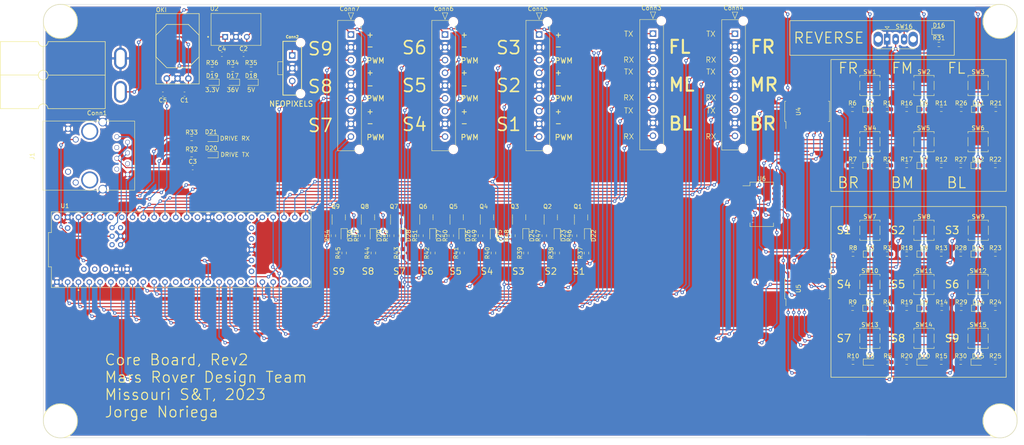
<source format=kicad_pcb>
(kicad_pcb (version 20211014) (generator pcbnew)
  (layers (0 "F.Cu" signal) (31 "B.Cu" signal) (34 "B.Paste" user) (35 "F.Paste" user) (36 "B.SilkS" user "B.Silkscreen") (37 "F.SilkS" user "F.Silkscreen") (38 "B.Mask" user) (39 "F.Mask" user) (44 "Edge.Cuts" user))
  (net 0 "")
  (net 1 "+36V")
  (net 2 "GND")
  (net 3 "+5V")
  (net 4 "+3V3")
  (net 5 "Net-(C3-Pad1)")
  (net 6 "ServoPWM1")
  (net 7 "ServoPWM2")
  (net 8 "ServoPWM3")
  (net 9 "ServoPWM4")
  (net 10 "ServoPWM5")
  (net 11 "ServoPWM6")
  (net 12 "ServoPWM7")
  (net 13 "ServoPWM8")
  (net 14 "ServoPWM9")
  (net 15 "BRRX")
  (net 16 "BRTX")
  (net 17 "MRRX")
  (net 18 "MRTX")
  (net 19 "FRRX")
  (net 20 "FRTX")
  (net 21 "BLRX")
  (net 22 "BLTX")
  (net 23 "MLRX")
  (net 24 "MLTX")
  (net 25 "FLRX")
  (net 26 "FLTX")
  (net 27 "NeoPixels")
  (net 28 "Net-(D1-Pad1)")
  (net 29 "Net-(D8-Pad1)")
  (net 30 "Net-(D2-Pad1)")
  (net 31 "Net-(D9-Pad1)")
  (net 32 "Net-(D3-Pad1)")
  (net 33 "Net-(D12-Pad1)")
  (net 34 "Net-(D4-Pad1)")
  (net 35 "Net-(D13-Pad1)")
  (net 36 "Net-(D5-Pad1)")
  (net 37 "Net-(D14-Pad1)")
  (net 38 "Net-(D6-Pad1)")
  (net 39 "Net-(D15-Pad1)")
  (net 40 "Net-(D7-Pad1)")
  (net 41 "Net-(D16-Pad2)")
  (net 42 "Net-(D17-Pad2)")
  (net 43 "Net-(D18-Pad2)")
  (net 44 "Net-(D19-Pad2)")
  (net 45 "Net-(D20-Pad2)")
  (net 46 "Net-(D21-Pad2)")
  (net 47 "Net-(D22-Pad1)")
  (net 48 "Net-(D22-Pad2)")
  (net 49 "Net-(D23-Pad1)")
  (net 50 "Net-(D23-Pad2)")
  (net 51 "Net-(D24-Pad1)")
  (net 52 "Net-(D24-Pad2)")
  (net 53 "Net-(D25-Pad1)")
  (net 54 "Net-(D25-Pad2)")
  (net 55 "Net-(Q2-Pad1)")
  (net 56 "Net-(Q3-Pad1)")
  (net 57 "Net-(Q4-Pad1)")
  (net 58 "Net-(Q5-Pad1)")
  (net 59 "Net-(Q6-Pad1)")
  (net 60 "Net-(Q7-Pad1)")
  (net 61 "LEDTX")
  (net 62 "LEDRX")
  (net 63 "Net-(D26-Pad1)")
  (net 69 "Net-(D26-Pad2)")
  (net 70 "Net-(D27-Pad1)")
  (net 76 "Net-(D27-Pad2)")
  (net 77 "Net-(D28-Pad1)")
  (net 88 "Net-(D10-Pad1)")
  (net 89 "Net-(D28-Pad2)")
  (net 90 "Net-(D11-Pad1)")
  (net 91 "Net-(D29-Pad1)")
  (net 92 "Net-(Q8-Pad1)")
  (net 93 "Net-(Q9-Pad1)")
  (net 94 "Net-(D29-Pad2)")
  (net 95 "Net-(D30-Pad1)")
  (net 96 "Net-(D30-Pad2)")
  (net 97 "Net-(J1-Pad1)")
  (net 98 "Net-(J1-Pad3)")
  (net 99 "Net-(J1-Pad4)")
  (net 100 "Net-(J1-Pad6)")
  (net 102 "Net-(J1-Pad10)")
  (net 105 "B1")
  (net 106 "B4")
  (net 107 "B7")
  (net 108 "B10")
  (net 109 "B13")
  (net 110 "B2")
  (net 111 "B5")
  (net 112 "B8")
  (net 113 "B11")
  (net 114 "B14")
  (net 115 "B3")
  (net 116 "B6")
  (net 117 "B9")
  (net 118 "B12")
  (net 119 "B15")
  (net 120 "REVERSE")
  (net 121 "OUT3")
  (net 122 "OUT2")
  (net 123 "OUT1")
  (net 124 "OUT0")
  (net 125 "Net-(U4-Pad6)")
  (net 126 "Net-(U4-Pad7)")
  (net 127 "Net-(U4-Pad9)")
  (net 130 "Net-(U5-Pad6)")
  (net 131 "Net-(U5-Pad7)")
  (net 132 "Net-(U5-Pad9)")
  (footprint "LED_SMD:LED_0603_1608Metric_Pad1.05x0.95mm_HandSolder" (layer "F.Cu") (at 250.952 121.92)
    (fp_text reference "D15")
    (fp_text value "BLUE")
  )
  (footprint "Resistor_SMD:R_0603_1608Metric_Pad0.98x0.95mm_HandSolder" (layer "F.Cu") (at 234.188 62.484)
    (fp_text reference "R16")
    (fp_text value "120")
  )
  (footprint "MRDT_Devices:OKI_Horizontal" (layer "F.Cu") (at 65.532 55.245 180)
    (fp_text reference "U3" hide)
    (fp_text value "OKI")
  )
  (footprint "Resistor_SMD:R_0603_1608Metric_Pad0.98x0.95mm_HandSolder" (layer "F.Cu") (at 75.946 53.086 180)
    (fp_text reference "R34")
    (fp_text value "3k")
  )
  (footprint "LED_SMD:LED_0603_1608Metric_Pad1.05x0.95mm_HandSolder" (layer "F.Cu") (at 70.866 69.342 180)
    (fp_text reference "D21")
    (fp_text value "YELLOW")
  )
  (footprint "Resistor_SMD:R_0603_1608Metric_Pad0.98x0.95mm_HandSolder" (layer "F.Cu") (at 156.21 92.2145 90)
    (fp_text reference "R46")
    (fp_text value "510")
  )
  (footprint "LED_SMD:LED_0603_1608Metric_Pad1.05x0.95mm_HandSolder" (layer "F.Cu") (at 102.108 92.202 -90)
    (fp_text reference "D30")
    (fp_text value "BLUE")
  )
  (footprint "Capacitor_SMD:C_0603_1608Metric_Pad1.08x0.95mm_HandSolder" (layer "F.Cu") (at 64.6165 58.928 180)
    (fp_text reference "C1")
    (fp_text value "10uF")
  )
  (footprint "Resistor_SMD:R_0603_1608Metric_Pad0.98x0.95mm_HandSolder" (layer "F.Cu") (at 99.568 92.202 90)
    (fp_text reference "R54")
    (fp_text value "510")
  )
  (footprint "Package_TO_SOT_SMD:SOT-23" (layer "F.Cu") (at 157.734 87.8965 90)
    (fp_text reference "Q1")
    (fp_text value "Q_NMOS_GDS" hide)
  )
  (footprint "LED_SMD:LED_0603_1608Metric_Pad1.05x0.95mm_HandSolder" (layer "F.Cu") (at 75.899 56.134 180)
    (fp_text reference "D17")
    (fp_text value "GREEN")
  )
  (footprint "MRDT_Connectors:RJ45_Teensy" (layer "F.Cu") (at 29.3665 73.506 -90)
    (fp_text reference "J1")
    (fp_text value "RJ45_LED_Shielded")
  )
  (footprint "MRDT_Connectors:MOLEX_uF_S_09_Vertical" (layer "F.Cu") (at 193.862999 44.734504 -90)
    (fp_text reference "Conn4")
    (fp_text value "Molex_SL_09" hide)
  )
  (footprint "LED_SMD:LED_0603_1608Metric_Pad1.05x0.95mm_HandSolder" (layer "F.Cu") (at 225.6555 121.92)
    (fp_text reference "D5")
    (fp_text value "BLUE")
  )
  (footprint "LED_SMD:LED_0603_1608Metric_Pad1.05x0.95mm_HandSolder" (layer "F.Cu") (at 238.252 121.92)
    (fp_text reference "D10")
    (fp_text value "BLUE")
  )
  (footprint "Resistor_SMD:R_0603_1608Metric_Pad0.98x0.95mm_HandSolder" (layer "F.Cu") (at 234.188 96.52)
    (fp_text reference "R18")
    (fp_text value "120")
  )
  (footprint "Resistor_SMD:R_0603_1608Metric_Pad0.98x0.95mm_HandSolder" (layer "F.Cu") (at 137.16 96.266 90)
    (fp_text reference "R40")
    (fp_text value "300")
  )
  (footprint "LED_SMD:LED_0603_1608Metric_Pad1.05x0.95mm_HandSolder" (layer "F.Cu") (at 137.16 92.202 -90)
    (fp_text reference "D25")
    (fp_text value "BLUE")
  )
  (footprint "MRDT_Drill_Holes:4_40_Hole_Corner" (layer "F.Cu") (at 252.1063 45.8357)
    (fp_text reference "V3" hide)
    (fp_text value "Via" hide)
  )
  (footprint "LED_SMD:LED_0603_1608Metric_Pad1.05x0.95mm_HandSolder" (layer "F.Cu") (at 122.936 92.202 -90)
    (fp_text reference "D27")
    (fp_text value "BLUE")
  )
  (footprint "Button_Switch_SMD:SW_SPST_TL3305A" (layer "F.Cu") (at 250.996 90.932)
    (fp_text reference "SW9")
    (fp_text value "SW_Push")
  )
  (footprint "Resistor_SMD:R_0603_1608Metric_Pad0.98x0.95mm_HandSolder" (layer "F.Cu") (at 242.316 121.92)
    (fp_text reference "R15")
    (fp_text value "4.7k")
  )
  (footprint "LED_SMD:LED_0603_1608Metric_Pad1.05x0.95mm_HandSolder" (layer "F.Cu") (at 80.264 56.134 180)
    (fp_text reference "D18")
    (fp_text value "GREEN")
  )
  (footprint "Resistor_SMD:R_0603_1608Metric_Pad0.98x0.95mm_HandSolder" (layer "F.Cu") (at 242.316 62.484)
    (fp_text reference "R11")
    (fp_text value "4.7k")
  )
  (footprint "Resistor_SMD:R_0603_1608Metric_Pad0.98x0.95mm_HandSolder" (layer "F.Cu") (at 221.4505 62.484)
    (fp_text reference "R6")
    (fp_text value "120")
  )
  (footprint "Resistor_SMD:R_0603_1608Metric_Pad0.98x0.95mm_HandSolder" (layer "F.Cu") (at 66.294 73.152)
    (fp_text reference "R32")
    (fp_text value "100")
  )
  (footprint "Button_Switch_THT:SW_Slide_1P2T_CK_OS102011MS2Q" (layer "F.Cu") (at 229.59625 46.0175)
    (fp_text reference "SW16")
    (fp_text value "SW_SPDT")
  )
  (footprint "Resistor_SMD:R_0603_1608Metric_Pad0.98x0.95mm_HandSolder" (layer "F.Cu") (at 229.616 96.52)
    (fp_text reference "R3")
    (fp_text value "4.7k")
  )
  (footprint "Package_TO_SOT_SMD:SOT-23" (layer "F.Cu") (at 143.19 87.884 90)
    (fp_text reference "Q3")
    (fp_text value "Q_NMOS_GDS" hide)
  )
  (footprint "MRDT_Drill_Holes:4_40_Hole_Corner" (layer "F.Cu") (at 39.4857 45.8357 90)
    (fp_text reference "V2" hide)
    (fp_text value "Via" hide)
  )
  (footprint "LED_SMD:LED_0603_1608Metric_Pad1.05x0.95mm_HandSolder" (layer "F.Cu") (at 159.258 92.2145 -90)
    (fp_text reference "D22")
    (fp_text value "BLUE")
  )
  (footprint "Resistor_SMD:R_0603_1608Metric_Pad0.98x0.95mm_HandSolder" (layer "F.Cu") (at 255.016 96.52)
    (fp_text reference "R23")
    (fp_text value "4.7k")
  )
  (footprint "LED_SMD:LED_0603_1608Metric_Pad1.05x0.95mm_HandSolder" (layer "F.Cu") (at 71.12 56.134 180)
    (fp_text reference "D19")
    (fp_text value "GREEN")
  )
  (footprint "Resistor_SMD:R_0603_1608Metric_Pad0.98x0.95mm_HandSolder" (layer "F.Cu") (at 108.966 96.266 90)
    (fp_text reference "R44")
    (fp_text value "300")
  )
  (footprint "Resistor_SMD:R_0603_1608Metric_Pad0.98x0.95mm_HandSolder" (layer "F.Cu") (at 149.098 92.202 90)
    (fp_text reference "R47")
    (fp_text value "510")
  )
  (footprint "Button_Switch_SMD:SW_SPST_TL3305A" (layer "F.Cu") (at 250.952 116.332)
    (fp_text reference "SW15")
    (fp_text value "SW_Push")
  )
  (footprint "Package_TO_SOT_SMD:SOT-23" (layer "F.Cu") (at 100.838 87.884 90)
    (fp_text reference "Q9")
    (fp_text value "Q_NMOS_GDS" hide)
  )
  (footprint "LED_SMD:LED_0603_1608Metric_Pad1.05x0.95mm_HandSolder" (layer "F.Cu") (at 250.952 75.692)
    (fp_text reference "D12")
    (fp_text value "BLUE")
  )
  (footprint "Resistor_SMD:R_0603_1608Metric_Pad0.98x0.95mm_HandSolder" (layer "F.Cu") (at 66.294 69.342)
    (fp_text reference "R33")
    (fp_text value "300")
  )
  (footprint "Resistor_SMD:R_0603_1608Metric_Pad0.98x0.95mm_HandSolder" (layer "F.Cu") (at 255.1195 62.484)
    (fp_text reference "R21")
    (fp_text value "4.7k")
  )
  (footprint "Package_SO:SOIC-16_4.55x10.3mm_P1.27mm" (layer "F.Cu") (at 210.82 62.992 90)
    (fp_text reference "U4")
    (fp_text value "74HC148")
  )
  (footprint "MRDT_Connectors:MOLEX_uF_S_09_Vertical" (layer "F.Cu") (at 174.619998 44.704 -90)
    (fp_text reference "Conn3")
    (fp_text value "Molex_SL_09" hide)
  )
  (footprint "LED_SMD:LED_0603_1608Metric_Pad1.05x0.95mm_HandSolder" (layer "F.Cu") (at 108.966 92.202 -90)
    (fp_text reference "D29")
    (fp_text value "BLUE")
  )
  (footprint "Resistor_SMD:R_0603_1608Metric_Pad0.98x0.95mm_HandSolder" (layer "F.Cu") (at 144.78 96.266 90)
    (fp_text reference "R39")
    (fp_text value "300")
  )
  (footprint "MRDT_Connectors:MOLEX_uF_S_09_Vertical" (layer "F.Cu") (at 147.889 44.913501 -90)
    (fp_text reference "Conn5")
    (fp_text value "Molex_SL_09" hide)
  )
  (footprint "Button_Switch_SMD:SW_SPST_TL3305A" (layer "F.Cu") (at 238.252 70.104)
    (fp_text reference "SW5")
    (fp_text value "SW_Push")
  )
  (footprint "Resistor_SMD:R_0603_1608Metric_Pad0.98x0.95mm_HandSolder" (layer "F.Cu") (at 129.794 96.266 90)
    (fp_text reference "R41")
    (fp_text value "300")
  )
  (footprint "Package_SO:SOIC-16_4.55x10.3mm_P1.27mm" (layer "F.Cu") (at 210.82 104.648 90)
    (fp_text reference "U5")
    (fp_text value "74HC148")
  )
  (footprint "Resistor_SMD:R_0603_1608Metric_Pad0.98x0.95mm_HandSolder" (layer "F.Cu") (at 229.616 75.692)
    (fp_text reference "R2")
    (fp_text value "4.7k")
  )
  (footprint "MRDT_Drill_Holes:4_40_Hole_Corner" (layer "F.Cu") (at 39.4857 131.7103 180)
    (fp_text reference "V4" hide)
    (fp_text value "Via" hide)
  )
  (footprint "Capacitor_SMD:C_0603_1608Metric_Pad1.08x0.95mm_HandSolder" (layer "F.Cu") (at 78.486 49.558 180)
    (fp_text reference "C2")
    (fp_text value "10uF")
  )
  (footprint "LED_SMD:LED_0603_1608Metric_Pad1.05x0.95mm_HandSolder" (layer "F.Cu") (at 144.78 92.202 -90)
    (fp_text reference "D24")
    (fp_text value "BLUE")
  )
  (footprint "LED_SMD:LED_0603_1608Metric_Pad1.05x0.95mm_HandSolder" (layer "F.Cu") (at 225.552 75.692)
    (fp_text reference "D2")
    (fp_text value "BLUE")
  )
  (footprint "LED_SMD:LED_0603_1608Metric_Pad1.05x0.95mm_HandSolder" (layer "F.Cu") (at 251.0555 109.253)
    (fp_text reference "D14")
    (fp_text value "BLUE")
  )
  (footprint "Resistor_SMD:R_0603_1608Metric_Pad0.98x0.95mm_HandSolder" (layer "F.Cu") (at 221.488 75.692)
    (fp_text reference "R7")
    (fp_text value "120")
  )
  (footprint "MRDT_Connectors:MOLEX_uF_S_03_Vertical" (layer "F.Cu") (at 89.916 52.832 -90)
    (fp_text reference "Conn2")
    (fp_text value "Molex_SL_03" hide)
  )
  (footprint "Resistor_SMD:R_0603_1608Metric_Pad0.98x0.95mm_HandSolder" (layer "F.Cu") (at 246.888 96.52)
    (fp_text reference "R28")
    (fp_text value "120")
  )
  (footprint "Resistor_SMD:R_0603_1608Metric_Pad0.98x0.95mm_HandSolder" (layer "F.Cu") (at 255.016 75.692)
    (fp_text reference "R22")
    (fp_text value "4.7k")
  )
  (footprint "Resistor_SMD:R_0603_1608Metric_Pad0.98x0.95mm_HandSolder" (layer "F.Cu") (at 255.016 109.253)
    (fp_text reference "R24")
    (fp_text value "4.7k")
  )
  (footprint "Resistor_SMD:R_0603_1608Metric_Pad0.98x0.95mm_HandSolder" (layer "F.Cu") (at 242.316 75.692)
    (fp_text reference "R12")
    (fp_text value "4.7k")
  )
  (footprint "Package_TO_SOT_SMD:SOT-23" (layer "F.Cu") (at 107.696 87.884 90)
    (fp_text reference "Q8")
    (fp_text value "Q_NMOS_GDS" hide)
  )
  (footprint "Resistor_SMD:R_0603_1608Metric_Pad0.98x0.95mm_HandSolder" (layer "F.Cu") (at 71.12 53.086 180)
    (fp_text reference "R36")
    (fp_text value "100")
  )
  (footprint "Resistor_SMD:R_0603_1608Metric_Pad0.98x0.95mm_HandSolder" (layer "F.Cu") (at 246.9915 109.253)
    (fp_text reference "R29")
    (fp_text value "120")
  )
  (footprint "LED_SMD:LED_0603_1608Metric_Pad1.05x0.95mm_HandSolder" (layer "F.Cu") (at 238.252 96.52)
    (fp_text reference "D8")
    (fp_text value "BLUE")
  )
  (footprint "Resistor_SMD:R_0603_1608Metric_Pad0.98x0.95mm_HandSolder" (layer "F.Cu") (at 127.254 92.202 90)
    (fp_text reference "R50")
    (fp_text value "510")
  )
  (footprint "Button_Switch_SMD:SW_SPST_TL3305A" (layer "F.Cu") (at 225.552 56.896)
    (fp_text reference "SW1")
    (fp_text value "SW_Push")
  )
  (footprint "LED_SMD:LED_0603_1608Metric_Pad1.05x0.95mm_HandSolder" (layer "F.Cu") (at 238.252 62.484)
    (fp_text reference "D6")
    (fp_text value "BLUE")
  )
  (footprint "Resistor_SMD:R_0603_1608Metric_Pad0.98x0.95mm_HandSolder" (layer "F.Cu") (at 246.888 121.92)
    (fp_text reference "R30")
    (fp_text value "120")
  )
  (footprint "LED_SMD:LED_0603_1608Metric_Pad1.05x0.95mm_HandSolder" (layer "F.Cu") (at 250.952 96.52)
    (fp_text reference "D13")
    (fp_text value "BLUE")
  )
  (footprint "Resistor_SMD:R_0603_1608Metric_Pad0.98x0.95mm_HandSolder" (layer "F.Cu") (at 141.732 92.202 90)
    (fp_text reference "R48")
    (fp_text value "510")
  )
  (footprint "Resistor_SMD:R_0603_1608Metric_Pad0.98x0.95mm_HandSolder" (layer "F.Cu") (at 122.936 96.266 90)
    (fp_text reference "R42")
    (fp_text value "300")
  )
  (footprint "MRDT_Shields:Teensy_4_1" (layer "F.Cu") (at 63.85 95.4905)
    (fp_text reference "U1")
    (fp_text value "Teensy4.1_DEV-16771")
  )
  (footprint "Button_Switch_SMD:SW_SPST_TL3305A" (layer "F.Cu") (at 238.252 116.332)
    (fp_text reference "SW14")
    (fp_text value "SW_Push")
  )
  (footprint "Button_Switch_SMD:SW_SPST_TL3305A" (layer "F.Cu") (at 225.552 103.665)
    (fp_text reference "SW10")
    (fp_text value "SW_Push")
  )
  (footprint "Capacitor_SMD:C_0603_1608Metric_Pad1.08x0.95mm_HandSolder" (layer "F.Cu") (at 66.548 76.2)
    (fp_text reference "C3")
    (fp_text value "0.1uF")
  )
  (footprint "Package_TO_SOT_SMD:SOT-23" (layer "F.Cu") (at 128.524 87.884 90)
    (fp_text reference "Q5")
    (fp_text value "Q_NMOS_GDS" hide)
  )
  (footprint "Resistor_SMD:R_0603_1608Metric_Pad0.98x0.95mm_HandSolder" (layer "F.Cu") (at 234.188 121.92)
    (fp_text reference "R20")
    (fp_text value "120")
  )
  (footprint "Resistor_SMD:R_0603_1608Metric_Pad0.98x0.95mm_HandSolder" (layer "F.Cu") (at 221.5915 96.52)
    (fp_text reference "R8")
    (fp_text value "120")
  )
  (footprint "Capacitor_SMD:C_0603_1608Metric_Pad1.08x0.95mm_HandSolder" (layer "F.Cu") (at 59.5365 58.928 180)
    (fp_text reference "C5")
    (fp_text value "10uF")
  )
  (footprint "Package_TO_SOT_SMD:SOT-23" (layer "F.Cu") (at 114.554 87.884 90)
    (fp_text reference "Q7")
    (fp_text value "Q_NMOS_GDS" hide)
  )
  (footprint "Resistor_SMD:R_0603_1608Metric_Pad0.98x0.95mm_HandSolder" (layer "F.Cu") (at 115.824 96.266 90)
    (fp_text reference "R43")
    (fp_text value "300")
  )
  (footprint "Resistor_SMD:R_0603_1608Metric_Pad0.98x0.95mm_HandSolder" (layer "F.Cu") (at 221.5915 121.92)
    (fp_text reference "R10")
    (fp_text value "120")
  )
  (footprint "MRDT_Drill_Holes:4_40_Hole_Corner" (layer "F.Cu") (at 252.1063 131.7103 -90)
    (fp_text reference "V1" hide)
    (fp_text value "Via" hide)
  )
  (footprint "MRDT_Connectors:Square_Anderson_2_H_Side_By_Side" (layer "F.Cu") (at 49.9668 49.971)
    (fp_text reference "Conn1")
    (fp_text value "AndersonPP")
  )
  (footprint "Resistor_SMD:R_0603_1608Metric_Pad0.98x0.95mm_HandSolder" (layer "F.Cu") (at 80.264 53.086 180)
    (fp_text reference "R35")
    (fp_text value "300")
  )
  (footprint "LED_SMD:LED_0603_1608Metric_Pad1.05x0.95mm_HandSolder" (layer "F.Cu") (at 70.868 73.152 180)
    (fp_text reference "D20")
    (fp_text value "BLUE")
  )
  (footprint "Resistor_SMD:R_0603_1608Metric_Pad0.98x0.95mm_HandSolder" (layer "F.Cu") (at 255.016 121.92)
    (fp_text reference "R25")
    (fp_text value "4.7k")
  )
  (footprint "Resistor_SMD:R_0603_1608Metric_Pad0.98x0.95mm_HandSolder" (layer "F.Cu") (at 152.146 96.266 90)
    (fp_text reference "R38")
    (fp_text value "300")
  )
  (footprint "Button_Switch_SMD:SW_SPST_TL3305A" (layer "F.Cu") (at 225.552 116.332)
    (fp_text reference "SW13")
    (fp_text value "SW_Push")
  )
  (footprint "Resistor_SMD:R_0603_1608Metric_Pad0.98x0.95mm_HandSolder" (layer "F.Cu") (at 106.426 92.202 90)
    (fp_text reference "R53")
    (fp_text value "510")
  )
  (footprint "Resistor_SMD:R_0603_1608Metric_Pad0.98x0.95mm_HandSolder" (layer "F.Cu") (at 159.004 96.2785 90)
    (fp_text reference "R37")
    (fp_text value "300")
  )
  (footprint "Resistor_SMD:R_0603_1608Metric_Pad0.98x0.95mm_HandSolder" (layer "F.Cu") (at 234.188 109.253)
    (fp_text reference "R19")
    (fp_text value "120")
  )
  (footprint "LED_SMD:LED_0603_1608Metric_Pad1.05x0.95mm_HandSolder" (layer "F.Cu") (at 152.146 92.202 -90)
    (fp_text reference "D23")
    (fp_text value "BLUE")
  )
  (footprint "Resistor_SMD:R_0603_1608Metric_Pad0.98x0.95mm_HandSolder" (layer "F.Cu") (at 246.888 75.692)
    (fp_text reference "R27")
    (fp_text value "120")
  )
  (footprint "Resistor_SMD:R_0603_1608Metric_Pad0.98x0.95mm_HandSolder" (layer "F.Cu") (at 234.188 75.692)
    (fp_text reference "R17")
    (fp_text value "120")
  )
  (footprint "Resistor_SMD:R_0603_1608Metric_Pad0.98x0.95mm_HandSolder" (layer "F.Cu") (at 120.142 92.202 90)
    (fp_text reference "R51")
    (fp_text value "510")
  )
  (footprint "LED_SMD:LED_0603_1608Metric_Pad1.05x0.95mm_HandSolder" (layer "F.Cu") (at 225.552 109.253)
    (fp_text reference "D4")
    (fp_text value "BLUE")
  )
  (footprint "Capacitor_SMD:C_0603_1608Metric_Pad1.08x0.95mm_HandSolder" (layer "F.Cu") (at 73.406 49.558 180)
    (fp_text reference "C4")
    (fp_text value "10uF")
  )
  (footprint "Package_SO:SO-14_5.3x10.2mm_P1.27mm" (layer "F.Cu") (at 200.152 84.836)
    (fp_text reference "U6")
    (fp_text value "74HC00")
  )
  (footprint "Resistor_SMD:R_0603_1608Metric_Pad0.98x0.95mm_HandSolder" (layer "F.Cu") (at 113.284 92.202 90)
    (fp_text reference "R52")
    (fp_text value "510")
  )
  (footprint "Resistor_SMD:R_0603_1608Metric_Pad0.98x0.95mm_HandSolder" (layer "F.Cu") (at 229.616 62.484)
    (fp_text reference "R1")
    (fp_text value "4.7k")
  )
  (footprint "Button_Switch_SMD:SW_SPST_TL3305A" (layer "F.Cu") (at 238.252 90.932)
    (fp_text reference "SW8")
    (fp_text value "SW_Push")
  )
  (footprint "Button_Switch_SMD:SW_SPST_TL3305A" (layer "F.Cu") (at 238.252 103.665)
    (fp_text reference "SW11")
    (fp_text value "SW_Push")
  )
  (footprint "Package_TO_SOT_SMD:SOT-23" (layer "F.Cu") (at 135.636 87.884 90)
    (fp_text reference "Q4")
    (fp_text value "Q_NMOS_GDS" hide)
  )
  (footprint "LED_SMD:LED_0603_1608Metric_Pad1.05x0.95mm_HandSolder" (layer "F.Cu") (at 241.75625 44.196)
    (fp_text reference "D16")
    (fp_text value "BLUE")
  )
  (footprint "Resistor_SMD:R_0603_1608Metric_Pad0.98x0.95mm_HandSolder" (layer "F.Cu") (at 102.108 96.266 90)
    (fp_text reference "R45")
    (fp_text value "300")
  )
  (footprint "Resistor_SMD:R_0603_1608Metric_Pad0.98x0.95mm_HandSolder" (layer "F.Cu") (at 246.9915 62.484)
    (fp_text reference "R26")
    (fp_text value "120")
  )
  (footprint "LED_SMD:LED_0603_1608Metric_Pad1.05x0.95mm_HandSolder" (layer "F.Cu") (at 238.252 109.253)
    (fp_text reference "D9")
    (fp_text value "BLUE")
  )
  (footprint "LED_SMD:LED_0603_1608Metric_Pad1.05x0.95mm_HandSolder" (layer "F.Cu") (at 225.6555 96.52)
    (fp_text reference "D3")
    (fp_text value "BLUE")
  )
  (footprint "LED_SMD:LED_0603_1608Metric_Pad1.05x0.95mm_HandSolder" (layer "F.Cu") (at 238.252 75.692)
    (fp_text reference "D7")
    (fp_text value "BLUE")
  )
  (footprint "Resistor_SMD:R_0603_1608Metric_Pad0.98x0.95mm_HandSolder" (layer "F.Cu") (at 221.488 109.253)
    (fp_text reference "R9")
    (fp_text value "120")
  )
  (footprint "Resistor_SMD:R_0603_1608Metric_Pad0.98x0.95mm_HandSolder" (layer "F.Cu") (at 229.7195 121.92)
    (fp_text reference "R5")
    (fp_text value "4.7k")
  )
  (footprint "Resistor_SMD:R_0603_1608Metric_Pad0.98x0.95mm_HandSolder" (layer "F.Cu") (at 242.316 96.52)
    (fp_text reference "R13")
    (fp_text value "4.7k")
  )
  (footprint "Button_Switch_SMD:SW_SPST_TL3305A" (layer "F.Cu") (at 225.552 70.104)
    (fp_text reference "SW4")
    (fp_text value "SW_Push")
  )
  (footprint "Resistor_SMD:R_0603_1608Metric_Pad0.98x0.95mm_HandSolder" (layer "F.Cu") (at 242.4195 109.253)
    (fp_text reference "R14")
    (fp_text value "4.7k")
  )
  (footprint "LED_SMD:LED_0603_1608Metric_Pad1.05x0.95mm_HandSolder" (layer "F.Cu") (at 129.794 92.202 -90)
    (fp_text reference "D26")
    (fp_text value "BLUE")
  )
  (footprint "Button_Switch_SMD:SW_SPST_TL3305A" (layer "F.Cu") (at 250.952 70.104)
    (fp_text reference "SW6")
    (fp_text value "SW_Push")
  )
  (footprint "LED_SMD:LED_0603_1608Metric_Pad1.05x0.95mm_HandSolder" (layer "F.Cu") (at 115.824 92.202 -90)
    (fp_text reference "D28")
    (fp_text value "BLUE")
  )
  (footprint "LED_SMD:LED_0603_1608Metric_Pad1.05x0.95mm_HandSolder" (layer "F.Cu") (at 225.552 62.484)
    (fp_text reference "D1")
    (fp_text value "BLUE")
  )
  (footprint "Button_Switch_SMD:SW_SPST_TL3305A" (layer "F.Cu") (at 238.252 56.896)
    (fp_text reference "SW2")
    (fp_text value "SW_Push")
  )
  (footprint "LED_SMD:LED_0603_1608Metric_Pad1.05x0.95mm_HandSolder" (layer "F.Cu") (at 251.0555 62.484)
    (fp_text reference "D11")
    (fp_text value "BLUE")
  )
  (footprint "Resistor_SMD:R_0603_1608Metric_Pad0.98x0.95mm_HandSolder" (layer "F.Cu") (at 241.75625 47.244 180)
    (fp_text reference "R31")
    (fp_text value "120")
  )
  (footprint "Button_Switch_SMD:SW_SPST_TL3305A" (layer "F.Cu") (at 250.952 56.896)
    (fp_text reference "SW3")
    (fp_text value "SW_Push")
  )
  (footprint "Resistor_SMD:R_0603_1608Metric_Pad0.98x0.95mm_HandSolder" (layer "F.Cu") (at 134.112 92.202 90)
    (fp_text reference "R49")
    (fp_text value "510")
  )
  (footprint "Package_TO_SOT_SMD:SOT-23" (layer "F.Cu") (at 150.622 87.884 90)
    (fp_text reference "Q2")
    (fp_text value "Q_NMOS_GDS" hide)
  )
  (footprint "Resistor_SMD:R_0603_1608Metric_Pad0.98x0.95mm_HandSolder" (layer "F.Cu") (at 229.616 109.253)
    (fp_text reference "R4")
    (fp_text value "4.7k")
  )
  (footprint "MRDT_Connectors:MOLEX_uF_S_09_Vertical" (layer "F.Cu") (at 103.693 44.913501 -90)
    (fp_text reference "Conn7")
    (fp_text value "Molex_SL_09" hide)
  )
  (footprint "Button_Switch_SMD:SW_SPST_TL3305A" (layer "F.Cu") (at 250.952 103.665)
    (fp_text reference "SW12")
    (fp_text value "SW_Push")
  )
  (footprint "Package_TO_SOT_SMD:SOT-23" (layer "F.Cu") (at 121.412 87.884 90)
    (fp_text reference "Q6")
    (fp_text value "Q_NMOS_GDS" hide)
  )
  (footprint "MRDT_Devices:TSR_1-2433" (layer "F.Cu") (at 76.708 43.716)
    (fp_text reference "U2")
    (fp_text value "TSR_1-2450")
  )
  (footprint "Button_Switch_SMD:SW_SPST_TL3305A" (layer "F.Cu") (at 225.552 90.932)
    (fp_text reference "SW7")
    (fp_text value "SW_Push")
  )
  (footprint "MRDT_Connectors:MOLEX_uF_S_09_Vertical" (layer "F.Cu") (at 125.791 44.913501 -90)
    (fp_text reference "Conn6")
    (fp_text value "Molex_SL_09" hide)
  )
  (gr_rect (start 216.408 85.344) (end 257.556 125.476) (layer "F.SilkS") (width 0.15) (fill none))
  (gr_rect (start 245.364 49.784) (end 206.756 41.656) (layer "F.SilkS") (width 0.15) (fill none))
  (gr_rect (start 257.556 50.8) (end 216.408 81.788) (layer "F.SilkS") (width 0.15) (fill none))
  (gr_arc (start 260.096 135.509) (mid 259.037069 138.461371) (end 256.159 139.708185) (layer "Edge.Cuts") (width 0.1))
  (gr_arc (start 35.56 139.7) (mid 32.687754 138.595774) (end 31.485879 135.763) (layer "Edge.Cuts") (width 0.1))
  (gr_line (start 256.159 139.708185) (end 35.56 139.7) (layer "Edge.Cuts") (width 0.1))
  (gr_arc (start 256.159 37.846) (mid 258.943495 38.998505) (end 260.096 41.783) (layer "Edge.Cuts") (width 0.1))
  (gr_line (start 260.096 41.783) (end 260.096 135.509) (layer "Edge.Cuts") (width 0.1))
  (gr_arc (start 31.496001 41.656) (mid 32.737799 38.908118) (end 35.56 37.846) (layer "Edge.Cuts") (width 0.1))
  (gr_line (start 31.485879 135.763) (end 31.496001 41.656) (layer "Edge.Cuts") (width 0.1))
  (gr_line (start 35.56 37.846) (end 256.159 37.846) (layer "Edge.Cuts") (width 0.1))
  (gr_text "-" (at 130.302 56.896) (layer "F.SilkS") (effects (font (size 1.27 1.27) (thickness 0.2032))))
  (gr_text "NEOPIXELS" (at 89.662 61.214) (layer "F.SilkS") (effects (font (size 1.27 1.27) (thickness 0.2032))))
  (gr_text "S3" (at 140.716 48.006) (layer "F.SilkS") (effects (font (size 3.048 3.048) (thickness 0.381))))
  (gr_text "+" (at 130.302 62.992) (layer "F.SilkS") (effects (font (size 1.27 1.27) (thickness 0.2032))))
  (gr_text "+" (at 152.4 62.992) (layer "F.SilkS") (effects (font (size 1.27 1.27) (thickness 0.2032))))
  (gr_text "PWM" (at 153.67 59.944) (layer "F.SilkS") (effects (font (size 1.27 1.27) (thickness 0.2032))))
  (gr_text "PWM" (at 109.474 51.054) (layer "F.SilkS") (effects (font (size 1.27 1.27) (thickness 0.2032))))
  (gr_text "S6" (at 244.856 103.632) (layer "F.SilkS") (effects (font (size 1.778 1.778) (thickness 0.254))))
  (gr_text "RX" (at 168.91 59.765004) (layer "F.SilkS") (effects (font (size 1.27 1.27))))
  (gr_text "TX" (at 188.214 62.813004) (layer "F.SilkS") (effects (font (size 1.27 1.27))))
  (gr_text "+" (at 152.4 53.848) (layer "F.SilkS") (effects (font (size 1.27 1.27) (thickness 0.2032))))
  (gr_text "Core Board, Rev2\nMars Rover Design Team\nMissouri S&T, 2023\nJorge Noriega" (at 45.72 127.508) (layer "F.SilkS") (effects (font (size 2.54 2.54) (thickness 0.254)) (justify left)))
  (gr_text "-" (at 108.204 65.786) (layer "F.SilkS") (effects (font (size 1.27 1.27) (thickness 0.2032))))
  (gr_text "PWM" (at 153.67 69.088) (layer "F.SilkS") (effects (font (size 1.27 1.27) (thickness 0.2032))))
  (gr_text "-" (at 152.4 47.752) (layer "F.SilkS") (effects (font (size 1.27 1.27) (thickness 0.2032))))
  (gr_text "S8" (at 96.52 57.15) (layer "F.SilkS") (effects (font (size 3.048 3.048) (thickness 0.381))))
  (gr_text "+" (at 108.204 62.992) (layer "F.SilkS") (effects (font (size 1.27 1.27) (thickness 0.2032))))
  (gr_text "PWM" (at 109.474 59.944) (layer "F.SilkS") (effects (font (size 1.27 1.27) (thickness 0.2032))))
  (gr_text "BL" (at 181.102 65.861004) (layer "F.SilkS") (effects (font (size 3.048 3.048) (thickness 0.508))))
  (gr_text "S5" (at 128.27 100.584) (layer "F.SilkS") (effects (font (size 1.524 1.524) (thickness 0.2032))))
  (gr_text "+" (at 152.4 44.958) (layer "F.SilkS") (effects (font (size 1.27 1.27) (thickness 0.2032))))
  (gr_text "S3" (at 244.856 90.932) (layer "F.SilkS") (effects (font (size 1.778 1.778) (thickness 0.254))))
  (gr_text "RX" (at 168.91 50.875004) (layer "F.SilkS") (effects (font (size 1.27 1.27))))
  (gr_text "S9" (at 96.52 48.26) (layer "F.SilkS") (effects (font (size 3.048 3.048) (thickness 0.381))))
  (gr_text "BL" (at 245.872 79.756) (layer "F.SilkS") (effects (font (size 2.54 2.54) (thickness 0.254))))
  (gr_text "FL" (at 245.872 52.832) (layer "F.SilkS") (effects (font (size 2.54 2.54) (thickness 0.254))))
  (gr_text "DRIVE RX" (at 76.454 69.342) (layer "F.SilkS") (effects (font (size 1 1))))
  (gr_text "TX" (at 188.214 53.669004) (layer "F.SilkS") (effects (font (size 1.27 1.27))))
  (gr_text "RX" (at 168.91 68.909004) (layer "F.SilkS") (effects (font (size 1.27 1.27))))
  (gr_text "REVERSE" (at 215.9 45.72) (layer "F.SilkS") (effects (font (size 2.54 2.54) (thickness 0.254))))
  (gr_text "S5" (at 232.156 103.632) (layer "F.SilkS") (effects (font (size 1.778 1.778) (thickness 0.254))))
  (gr_text "S9" (at 100.838 100.584) (layer "F.SilkS") (effects (font (size 1.524 1.524) (thickness 0.2032))))
  (gr_text "S2" (at 140.716 56.896) (layer "F.SilkS") (effects (font (size 3.048 3.048) (thickness 0.381))))
  (gr_text "S7" (at 96.52 66.294) (layer "F.SilkS") (effects (font (size 3.048 3.048) (thickness 0.381))))
  (gr_text "-" (at 130.302 47.752) (layer "F.SilkS") (effects (font (size 1.27 1.27) (thickness 0.2032))))
  (gr_text "S1" (at 140.716 66.04) (layer "F.SilkS") (effects (font (size 3.048 3.048) (thickness 0.381))))
  (gr_text "FM" (at 233.172 52.832) (layer "F.SilkS") (effects (font (size 2.54 2.54) (thickness 0.254))))
  (gr_text "FR" (at 220.472 52.832) (layer "F.SilkS") (effects (font (size 2.54 2.54) (thickness 0.254))))
  (gr_text "ML" (at 181.356 56.717004) (layer "F.SilkS") (effects (font (size 3.048 3.048) (thickness 0.508))))
  (gr_text "PWM" (at 109.474 69.088) (layer "F.SilkS") (effects (font (size 1.27 1.27) (thickness 0.2032))))
  (gr_text "S4" (at 118.618 66.04) (layer "F.SilkS") (effects (font (size 3.048 3.048) (thickness 0.381))))
  (gr_text "S5" (at 118.618 56.896) (layer "F.SilkS") (effects (font (size 3.048 3.048) (thickness 0.381))))
  (gr_text "RX" (at 188.214 59.765004) (layer "F.SilkS") (effects (font (size 1.27 1.27))))
  (gr_text "S7" (at 219.456 116.332) (layer "F.SilkS") (effects (font (size 1.778 1.778) (thickness 0.254))))
  (gr_text "BR" (at 220.472 79.756) (layer "F.SilkS") (effects (font (size 2.54 2.54) (thickness 0.254))))
  (gr_text "TX" (at 168.91 44.779004) (layer "F.SilkS") (effects (font (size 1.27 1.27))))
  (gr_text "S9" (at 244.856 116.332) (layer "F.SilkS") (effects (font (size 1.778 1.778) (thickness 0.254))))
  (gr_text "RX" (at 188.214 68.909004) (layer "F.SilkS") (effects (font (size 1.27 1.27))))
  (gr_text "-" (at 152.4 65.786) (layer "F.SilkS") (effects (font (size 1.27 1.27) (thickness 0.2032))))
  (gr_text "S8" (at 232.156 116.332) (layer "F.SilkS") (effects (font (size 1.778 1.778) (thickness 0.254))))
  (gr_text "S7" (at 115.062 100.584) (layer "F.SilkS") (effects (font (size 1.524 1.524) (thickness 0.2032))))
  (gr_text "PWM" (at 153.67 51.054) (layer "F.SilkS") (effects (font (size 1.27 1.27) (thickness 0.2032))))
  (gr_text "S8" (at 107.696 100.584) (layer "F.SilkS") (effects (font (size 1.524 1.524) (thickness 0.2032))))
  (gr_text "S6" (at 121.666 100.584) (layer "F.SilkS") (effects (font (size 1.524 1.524) (thickness 0.2032))))
  (gr_text "TX" (at 168.91 53.669004) (layer "F.SilkS") (effects (font (size 1.27 1.27))))
  (gr_text "S4" (at 135.636 100.584) (layer "F.SilkS") (effects (font (size 1.524 1.524) (thickness 0.2032))))
  (gr_text "5V" (at 80.264 57.912) (layer "F.SilkS") (effects (font (size 1.016 1.016))))
  (gr_text "-" (at 108.204 56.896) (layer "F.SilkS") (effects (font (size 1.27 1.27) (thickness 0.2032))))
  (gr_text "S4" (at 219.456 103.632) (layer "F.SilkS") (effects (font (size 1.778 1.778) (thickness 0.254))))
  (gr_text "-" (at 130.302 65.786) (layer "F.SilkS") (effects (font (size 1.27 1.27) (thickness 0.2032))))
  (gr_text "S2" (at 150.622 100.584) (layer "F.SilkS") (effects (font (size 1.524 1.524) (thickness 0.2032))))
  (gr_text "+" (at 130.302 53.848) (layer "F.SilkS") (effects (font (size 1.27 1.27) (thickness 0.2032))))
  (gr_text "PWM" (at 131.572 51.054) (layer "F.SilkS") (effects (font (size 1.27 1.27) (thickness 0.2032))))
  (gr_text "-" (at 152.4 56.896) (layer "F.SilkS") (effects (font (size 1.27 1.27) (thickness 0.2032))))
  (gr_text "S1" (at 157.226 100.584) (layer "F.SilkS") (effects (font (size 1.524 1.524) (thickness 0.2032))))
  (gr_text "+" (at 108.204 53.848) (layer "F.SilkS") (effects (font (size 1.27 1.27) (thickness 0.2032))))
  (gr_text "BR" (at 200.406 65.861004) (layer "F.SilkS") (effects (font (size 3.048 3.048) (thickness 0.508))))
  (gr_text "S1" (at 219.456 90.932) (layer "F.SilkS") (effects (font (size 1.778 1.778) (thickness 0.254))))
  (gr_text "+" (at 130.302 44.958) (layer "F.SilkS") (effects (font (size 1.27 1.27) (thickness 0.2032))))
  (gr_text "S3" (at 143.002 100.584) (layer "F.SilkS") (effects (font (size 1.524 1.524) (thickness 0.2032))))
  (gr_text "-" (at 108.204 47.752) (layer "F.SilkS") (effects (font (size 1.27 1.27) (thickness 0.2032))))
  (gr_text "TX" (at 168.91 62.813004) (layer "F.SilkS") (effects (font (size 1.27 1.27))))
  (gr_text "PWM" (at 131.572 59.944) (layer "F.SilkS") (effects (font (size 1.27 1.27) (thickness 0.2032))))
  (gr_text "S6" (at 118.618 48.006) (layer "F.SilkS") (effects (font (size 3.048 3.048) (thickness 0.381))))
  (gr_text "TX" (at 188.214 44.779004) (layer "F.SilkS") (effects (font (size 1.27 1.27))))
  (gr_text "BM" (at 233.172 79.756) (layer "F.SilkS") (effects (font (size 2.54 2.54) (thickness 0.254))))
  (gr_text "3.3V" (at 71.12 57.912) (layer "F.SilkS") (effects (font (size 1.016 1.016))))
  (gr_text "FL" (at 180.848 47.827004) (layer "F.SilkS") (effects (font (size 3.048 3.048) (thickness 0.508))))
  (gr_text "+" (at 108.204 44.958) (layer "F.SilkS") (effects (font (size 1.27 1.27) (thickness 0.2032))))
  (gr_text "MR" (at 200.66 56.717004) (layer "F.SilkS") (effects (font (size 3.048 3.048) (thickness 0.508))))
  (gr_text "RX" (at 188.214 50.875004) (layer "F.SilkS") (effects (font (size 1.27 1.27))))
  (gr_text "36V" (at 75.946 57.912) (layer "F.SilkS") (effects (font (size 1.016 1.016))))
  (gr_text "DRIVE TX" (at 76.454 73.152) (layer "F.SilkS") (effects (font (size 1 1))))
  (gr_text "FR" (at 200.406 47.827004) (layer "F.SilkS") (effects (font (size 3.048 3.048) (thickness 0.508))))
  (gr_text "PWM" (at 131.572 69.088) (layer "F.SilkS") (effects (font (size 1.27 1.27) (thickness 0.2032))))
  (gr_text "S2" (at 232.156 90.932) (layer "F.SilkS") (effects (font (size 1.778 1.778) (thickness 0.254))))
  (segment (start 74.168 49.4575) (end 74.2685 49.558) (width 0.25) (layer "F.Cu") (net 1))
  (segment (start 53.848 46.736) (end 55.118 45.466) (width 0.25) (layer "F.Cu") (net 1))
  (segment (start 65.532 58.875) (end 65.479 58.928) (width 0.25) (layer "F.Cu") (net 1))
  (segment (start 76.8585 52.148) (end 76.8585 53.086) (width 0.25) (layer "F.Cu") (net 1))
  (segment (start 55.118 45.466) (end 63.754 45.466) (width 0.25) (layer "F.Cu") (net 1))
  (segment (start 65.532 55.245) (end 65.532 58.875) (width 0.25) (layer "F.Cu") (net 1))
  (segment (start 74.168 45.466) (end 74.168 49.4575) (width 0.25) (layer "F.Cu") (net 1))
  (segment (start 49.5922 58.395) (end 52.807 58.395) (width 0.25) (layer "F.Cu") (net 1))
  (segment (start 52.807 58.395) (end 52.832 58.42) (width 0.25) (layer "F.Cu") (net 1))
  (segment (start 74.2685 49.558) (end 76.8585 52.148) (width 0.25) (layer "F.Cu") (net 1))
  (segment (start 65.532 47.244) (end 63.754 45.466) (width 0.25) (layer "F.Cu") (net 1))
  (segment (start 74.168 45.466) (end 63.754 45.466) (width 0.25) (layer "F.Cu") (net 1))
  (via (at 65.532 47.244) (size 0.8) (drill 0.4) (layers "F.Cu" "B.Cu") (net 1))
  (via (at 52.832 58.42) (size 0.8) (drill 0.4) (layers "F.Cu" "B.Cu") (net 1))
  (via (at 53.848 46.736) (size 0.8) (drill 0.4) (layers "F.Cu" "B.Cu") (net 1))
  (segment (start 53.848 57.404) (end 53.848 46.736) (width 0.25) (layer "B.Cu") (net 1))
  (segment (start 52.832 58.42) (end 53.848 57.404) (width 0.25) (layer "B.Cu") (net 1))
  (segment (start 65.532 47.244) (end 65.532 55.245) (width 0.25) (layer "B.Cu") (net 1))
  (segment (start 156.718 91.302) (end 156.718 88.9) (width 0.25) (layer "F.Cu") (net 2))
  (segment (start 156.718 88.9) (end 156.784 88.834) (width 0.25) (layer "F.Cu") (net 2))
  (segment (start 145.796 98.806) (end 138.43 98.806) (width 0.25) (layer "F.Cu") (net 3))
  (segment (start 129.794 97.536) (end 131.064 98.806) (width 0.25) (layer "F.Cu") (net 3))
  (segment (start 108.966 97.1785) (end 108.966 97.282) (width 0.25) (layer "F.Cu") (net 3))
  (segment (start 144.78 97.79) (end 145.796 98.806) (width 0.25) (layer "F.Cu") (net 3))
  (segment (start 102.499287 43.550713) (end 103.769287 43.550713) (width 0.25) (layer "F.Cu") (net 3))
  (segment (start 148.960713 43.550713) (end 146.674713 43.550713) (width 0.25) (layer "F.Cu") (net 3))
  (segment (start 103.7355 98.806) (end 102.108 97.1785) (width 0.25) (layer "F.Cu") (net 3))
  (segment (start 138.43 98.806) (end 131.064 98.806) (width 0.25) (layer "F.Cu") (net 3))
  (segment (start 79.248 45.466) (end 79.248 49.4575) (width 0.25) (layer "F.Cu") (net 3))
  (segment (start 103.693 44.913501) (end 103.693 44.744426) (width 0.25) (layer "F.Cu") (net 3))
  (segment (start 115.824 97.536) (end 117.094 98.806) (width 0.25) (layer "F.Cu") (net 3))
  (segment (start 147.889 44.913501) (end 147.889 44.765) (width 0.25) (layer "F.Cu") (net 3))
  (segment (start 89.916 48.493426) (end 89.916 49.8348) (width 0.25) (layer "F.Cu") (net 3))
  (segment (start 108.966 97.282) (end 110.49 98.806) (width 0.25) (layer "F.Cu") (net 3))
  (segment (start 106.934 59.944) (end 103.964505 62.913495) (width 0.25) (layer "F.Cu") (net 3))
  (segment (start 110.236 98.806) (end 103.7355 98.806) (width 0.25) (layer "F.Cu") (net 3))
  (segment (start 129.286 59.944) (end 126.316505 62.913495) (width 0.25) (layer "F.Cu") (net 3))
  (segment (start 125.791 44.744426) (end 124.597287 43.550713) (width 0.25) (layer "F.Cu") (net 3))
  (segment (start 124.206 98.806) (end 117.094 98.806) (width 0.25) (layer "F.Cu") (net 3))
  (segment (start 148.016502 53.913498) (end 147.889 53.913498) (width 0.25) (layer "F.Cu") (net 3))
  (segment (start 151.13 50.8) (end 148.016502 53.913498) (width 0.25) (layer "F.Cu") (net 3))
  (segment (start 129.794 97.1785) (end 129.794 97.536) (width 0.25) (layer "F.Cu") (net 3))
  (segment (start 79.3485 49.558) (end 81.1765 51.386) (width 0.25) (layer "F.Cu") (net 3))
  (segment (start 103.769287 43.550713) (end 105.547287 43.550713) (width 0.25) (layer "F.Cu") (net 3))
  (segment (start 103.693 44.744426) (end 102.499287 43.550713) (width 0.25) (layer "F.Cu") (net 3))
  (segment (start 129.032 50.8) (end 125.918502 53.913498) (width 0.25) (layer "F.Cu") (net 3))
  (segment (start 151.13 59.944) (end 148.160505 62.913495) (width 0.25) (layer "F.Cu") (net 3))
  (segment (start 103.964505 62.913495) (end 103.693 62.913495) (width 0.25) (layer "F.Cu") (net 3))
  (segment (start 126.316505 62.913495) (end 125.791 62.913495) (width 0.25) (layer "F.Cu") (net 3))
  (segment (start 79.248 49.4575) (end 79.3485 49.558) (width 0.25) (layer "F.Cu") (net 3))
  (segment (start 159.766 98.806) (end 153.162 98.806) (width 0.25) (layer "F.Cu") (net 3))
  (segment (start 122.936 97.536) (end 124.206 98.806) (width 0.25) (layer "F.Cu") (net 3))
  (segment (start 79.248 45.466) (end 81.163287 43.550713) (width 0.25) (layer "F.Cu") (net 3))
  (segment (start 152.146 97.79) (end 153.162 98.806) (width 0.25) (layer "F.Cu") (net 3))
  (segment (start 153.162 98.806) (end 145.796 98.806) (width 0.25) (layer "F.Cu") (net 3))
  (segment (start 103.820502 53.913498) (end 103.693 53.913498) (width 0.25) (layer "F.Cu") (net 3))
  (segment (start 131.064 98.806) (end 124.206 98.806) (width 0.25) (layer "F.Cu") (net 3))
  (segment (start 137.16 97.536) (end 138.43 98.806) (width 0.25) (layer "F.Cu") (net 3))
  (segment (start 147.889 44.765) (end 146.674713 43.550713) (width 0.25) (layer "F.Cu") (net 3))
  (segment (start 81.1765 51.386) (end 81.1765 53.086) (width 0.25) (layer "F.Cu") (net 3))
  (segment (start 84.973287 43.550713) (end 89.916 48.493426) (width 0.25) (layer "F.Cu") (net 3))
  (segment (start 148.160505 62.913495) (end 147.889 62.913495) (width 0.25) (layer "F.Cu") (net 3))
  (segment (start 115.824 97.1785) (end 115.824 97.536) (width 0.25) (layer "F.Cu") (net 3))
  (segment (start 144.78 97.1785) (end 144.78 97.79) (width 0.25) (layer "F.Cu") (net 3))
  (segment (start 105.547287 43.550713) (end 124.597287 43.550713) (width 0.25) (layer "F.Cu") (net 3))
  (segment (start 81.163287 43.550713) (end 84.973287 43.550713) (width 0.25) (layer "F.Cu") (net 3))
  (segment (start 137.16 97.1785) (end 137.16 97.536) (width 0.25) (layer "F.Cu") (net 3))
  (segment (start 155.194 43.688) (end 149.098 43.688) (width 0.25) (layer "F.Cu") (net 3))
  (segment (start 160.782 49.276) (end 155.194 43.688) (width 0.25) (layer "F.Cu") (net 3))
  (segment (start 124.597287 43.550713) (end 146.674713 43.550713) (width 0.25) (layer "F.Cu") (net 3))
  (segment (start 117.094 98.806) (end 110.236 98.806) (width 0.25) (layer "F.Cu") (net 3))
  (segment (start 152.146 97.1785) (end 152.146 97.79) (width 0.25) (layer "F.Cu") (net 3))
  (segment (start 106.934 50.8) (end 103.820502 53.913498) (width 0.25) (layer "F.Cu") (net 3))
  (segment (start 122.936 97.1785) (end 122.936 97.536) (width 0.25) (layer "F.Cu") (net 3))
  (segment (start 84.973287 43.550713) (end 102.499287 43.550713) (width 0.25) (layer "F.Cu") (net 3))
  (segment (start 159.004 98.044) (end 159.766 98.806) (width 0.25) (layer "F.Cu") (net 3))
  (segment (start 125.918502 53.913498) (end 125.791 53.913498) (width 0.25) (layer "F.Cu") (net 3))
  (segment (start 125.791 44.913501) (end 125.791 44.744426) (width 0.25) (layer "F.Cu") (net 3))
  (segment (start 149.098 43.688) (end 148.960713 43.550713) (width 0.25) (layer "F.Cu") (net 3))
  (segment (start 159.004 97.191) (end 159.004 98.044) (width 0.25) (layer "F.Cu") (net 3))
  (via (at 106.934 50.8) (size 0.8) (drill 0.4) (layers "F.Cu" "B.Cu") (net 3))
  (via (at 106.934 59.944) (size 0.8) (drill 0.4) (layers "F.Cu" "B.Cu") (net 3))
  (via (at 127.254 43.550713) (size 0.8) (drill 0.4) (layers "F.Cu" "B.Cu") (net 3))
  (via (at 159.766 98.806) (size 0.8) (drill 0.4) (layers "F.Cu" "B.Cu") (net 3))
  (via (at 151.13 50.8) (size 0.8) (drill 0.4) (layers "F.Cu" "B.Cu") (net 3))
  (via (at 149.098 43.688) (size 0.8) (drill 0.4) (layers "F.Cu" "B.Cu") (net 3))
  (via (at 160.782 49.276) (size 0.8) (drill 0.4) (layers "F.Cu" "B.Cu") (net 3))
  (via (at 151.13 59.944) (size 0.8) (drill 0.4) (layers "F.Cu" "B.Cu") (net 3))
  (via (at 105.156 43.688) (size 0.8) (drill 0.4) (layers "F.Cu" "B.Cu") (net 3))
  (via (at 129.286 59.944) (size 0.8) (drill 0.4) (layers "F.Cu" "B.Cu") (net 3))
  (via (at 129.032 50.8) (size 0.8) (drill 0.4) (layers "F.Cu" "B.Cu") (net 3))
  (segment (start 149.098 43.688) (end 151.13 45.72) (width 0.25) (layer "B.Cu") (net 3))
  (segment (start 129.032 59.69) (end 129.286 59.944) (width 0.25) (layer "B.Cu") (net 3))
  (segment (start 105.156 43.688) (end 106.934 45.466) (width 0.25) (layer "B.Cu") (net 3))
  (segment (start 151.13 45.72) (end 151.13 50.8) (width 0.25) (layer "B.Cu") (net 3))
  (segment (start 106.934 50.8) (end 106.934 59.944) (width 0.25) (layer "B.Cu") (net 3))
  (segment (start 160.782 97.79) (end 160.782 49.276) (width 0.25) (layer "B.Cu") (net 3))
  (segment (start 129.032 50.8) (end 129.032 45.328713) (width 0.25) (layer "B.Cu") (net 3))
  (segment (start 129.032 50.8) (end 129.032 59.69) (width 0.25) (layer "B.Cu") (net 3))
  (segment (start 151.13 50.8) (end 151.13 59.944) (width 0.25) (layer "B.Cu") (net 3))
  (segment (start 106.934 45.466) (end 106.934 50.8) (width 0.25) (layer "B.Cu") (net 3))
  (segment (start 159.766 98.806) (end 160.782 97.79) (width 0.25) (layer "B.Cu") (net 3))
  (segment (start 129.032 45.328713) (end 127.254 43.550713) (width 0.25) (layer "B.Cu") (net 3))
  (segment (start 250.952 121.045) (end 251.827 121.92) (width 0.25) (layer "F.Cu") (net 4))
  (segment (start 239.127 121.92) (end 238.252 121.045) (width 0.25) (layer "F.Cu") (net 4))
  (segment (start 204.216 39.116) (end 64.516 39.116) (width 0.25) (layer "F.Cu") (net 4))
  (segment (start 206.756 61.468) (end 206.375 61.087) (width 0.25) (layer "F.Cu") (net 4))
  (segment (start 213.995 60.833) (end 213.36 61.468) (width 0.25) (layer "F.Cu") (net 4))
  (segment (start 241.4035 75.692) (end 239.127 75.692) (width 0.25) (layer "F.Cu") (net 4))
  (segment (start 239.127 75.692) (end 239.127 74.535) (width 0.25) (layer "F.Cu") (net 4))
  (segment (start 251.827 74.535) (end 250.952 73.66) (width 0.25) (layer "F.Cu") (net 4))
  (segment (start 72.0325 53.086) (end 71.2325 52.286) (width 0.25) (layer "F.Cu") (net 4))
  (segment (start 206.375 101.398) (end 205.232 100.255) (width 0.25) (layer "F.Cu") (net 4))
  (segment (start 251.9305 62.484) (end 251.9305 61.4305) (width 0.25) (layer "F.Cu") (net 4))
  (segment (start 238.252 40.132) (end 237.236 39.116) (width 0.25) (layer "F.Cu") (net 4))
  (segment (start 239.127 96.52) (end 239.127 95.363) (width 0.25) (layer "F.Cu") (net 4))
  (segment (start 226.427 108.063) (end 225.552 107.188) (width 0.25) (layer "F.Cu") (net 4))
  (segment (start 239.127 61.327) (end 238.252 60.452) (width 0.25) (layer "F.Cu") (net 4))
  (segment (start 226.427 109.253) (end 228.7035 109.253) (width 0.25) (layer "F.Cu") (net 4))
  (segment (start 228.7035 62.484) (end 226.427 62.484) (width 0.25) (layer "F.Cu") (net 4))
  (segment (start 60.452 58.981) (end 60.399 58.928) (width 0.25) (layer "F.Cu") (net 4))
  (segment (start 213.995 59.742) (end 213.995 60.833) (width 0.25) (layer "F.Cu") (net 4))
  (segment (start 254.1035 75.692) (end 251.827 75.692) (width 0.25) (layer "F.Cu") (net 4))
  (segment (start 251.9305 109.253) (end 251.9305 108.1665) (width 0.25) (layer "F.Cu") (net 4))
  (segment (start 225.552 40.132) (end 224.536 39.116) (width 0.25) (layer "F.Cu") (net 4))
  (segment (start 213.995 59.742) (end 213.868 59.869) (width 0.25) (layer "F.Cu") (net 4))
  (segment (start 241.4035 62.484) (end 239.127 62.484) (width 0.25) (layer "F.Cu") (net 4))
  (segment (start 226.427 109.253) (end 226.427 108.063) (width 0.25) (layer "F.Cu") (net 4))
  (segment (start 239.127 109.253) (end 239.127 108.063) (width 0.25) (layer "F.Cu") (net 4))
  (segment (start 203.6145 81.026) (end 203.6145 76.2935) (width 0.25) (layer "F.Cu") (net 4))
  (segment (start 71.2325 52.286) (end 63.411 52.286) (width 0.25) (layer "F.Cu") (net 4))
  (segment (start 237.236 39.116) (end 231.14 39.116) (width 0.25) (layer "F.Cu") (net 4))
  (segment (start 206.173 59.944) (end 206.375 59.742) (width 0.25) (layer "F.Cu") (net 4))
  (segment (start 251.827 95.363) (end 250.952 94.488) (width 0.25) (layer "F.Cu") (net 4))
  (segment (start 226.427 75.692) (end 228.7035 75.692) (width 0.25) (layer "F.Cu") (net 4))
  (segment (start 40.894 98.044) (end 69.342 98.044) (width 0.25) (layer "F.Cu") (net 4))
  (segment (start 251.9305 61.4305) (end 250.952 60.452) (width 0.25) (layer "F.Cu") (net 4))
  (segment (start 231.14 39.116) (end 223.52 39.116) (width 0.25) (layer "F.Cu") (net 4))
  (segment (start 59.182 82.042) (end 46.648501 82.042) (width 0.25) (layer "F.Cu") (net 4))
  (segment (start 60.452 61.722) (end 60.452 58.981) (width 0.25) (layer "F.Cu") (net 4))
  (segment (start 46.648501 82.042) (end 40.820001 87.8705) (width 0.25) (layer "F.Cu") (net 4))
  (segment (start 239.127 62.484) (end 239.127 61.327) (width 0.25) (layer "F.Cu") (net 4))
  (segment (start 237.236 39.116) (end 249.936 39.116) (width 0.25) (layer "F.Cu") (net 4))
  (segment (start 224.536 39.116) (end 223.52 39.116) (width 0.25) (layer "F.Cu") (net 4))
  (segment (start 239.127 108.063) (end 238.252 107.188) (width 0.25) (layer "F.Cu") (net 4))
  (segment (start 251.827 121.92) (end 254.1035 121.92) (width 0.25) (layer "F.Cu") (net 4))
  (segment (start 225.552 120.9415) (end 225.552 119.888) (width 0.25) (layer "F.Cu") (net 4))
  (segment (start 251.827 96.52) (end 251.827 95.363) (width 0.25) (layer "F.Cu") (net 4))
  (segment (start 226.5305 96.52) (end 226.5305 95.4665) (width 0.25) (layer "F.Cu") (net 4))
  (segment (start 250.952 119.888) (end 250.952 121.045) (width 0.25) (layer "F.Cu") (net 4))
  (segment (start 204.216 59.944) (end 206.173 59.944) (width 0.25) (layer "F.Cu") (net 4))
  (segment (start 254.207 62.484) (end 251.9305 62.484) (width 0.25) (layer "F.Cu") (net 4))
  (segment (start 251.9305 108.1665) (end 250.952 107.188) (width 0.25) (layer "F.Cu") (net 4))
  (segment (start 223.52 39.116) (end 204.216 39.116) (width 0.25) (layer "F.Cu") (net 4))
  (segment (start 228.807 121.92) (end 226.5305 121.92) (width 0.25) (layer "F.Cu") (net 4))
  (segment (start 239.127 109.253) (end 241.507 109.253) (width 0.25) (layer "F.Cu") (net 4))
  (segment (start 241.4035 121.92) (end 239.127 121.92) (width 0.25) (layer "F.Cu") (net 4))
  (segment (start 203.6145 76.2935) (end 203.708 76.2) (width 0.25) (layer "F.Cu") (net 4))
  (segment (start 231.648 39.116) (end 231.14 39.116) (width 0.25) (layer "F.Cu") (net 4))
  (segment (start 251.9305 109.253) (end 254.1035 109.253) (width 0.25) (layer "F.Cu") (net 4))
  (segment (start 239.127 96.52) (end 241.4035 96.52) (width 0.25) (layer "F.Cu") (net 4))
  (segment (start 40.820001 87.8705) (end 39.72 87.8705) (width 0.25) (layer "F.Cu") (net 4))
  (segment (start 233.59625 46.0175) (end 233.59625 41.06425) (width 0.25) (layer "F.Cu") (net 4))
  (segment (start 226.427 75.692) (end 226.427 74.535) (width 0.25) (layer "F.Cu") (net 4))
  (segment (start 206.375 59.742) (end 206.375 57.531) (width 0.25) (layer "F.Cu") (net 4))
  (segment (start 60.452 58.875) (end 60.399 58.928) (width 0.25) (layer "F.Cu") (net 4))
  (segment (start 226.5305 96.52) (end 228.7035 96.52) (width 0.25) (layer "F.Cu") (net 4))
  (segment (start 238.252 121.045) (end 238.252 119.888) (width 0.25) (layer "F.Cu") (net 4))
  (segment (start 226.427 62.484) (end 226.427 61.327) (width 0.25) (layer "F.Cu") (net 4))
  (segment (start 206.375 57.531) (end 206.248 57.404) (width 0.25) (layer "F.Cu") (net 4))
  (segment (start 80.36 98.0305) (end 69.3555 98.0305) (width 0.25) (layer "F.Cu") (net 4))
  (segment (start 63.411 52.286) (end 60.452 55.245) (width 0.25) (layer "F.Cu") (net 4))
  (segment (start 205.232 100.255) (end 205.232 98.044) (width 0.25) (layer "F.Cu") (net 4))
  (segment (start 237.744 39.116) (end 237.236 39.116) (width 0.25) (layer "F.Cu") (net 4))
  (segment (start 226.427 74.535) (end 225.552 73.66) (width 0.25) (layer "F.Cu") (net 4))
  (segment (start 239.127 95.363) (end 238.252 94.488) (width 0.25) (layer "F.Cu") (net 4))
  (segment (start 226.5305 95.4665) (end 225.552 94.488) (width 0.25) (layer "F.Cu") (net 4))
  (segment (start 239.127 74.535) (end 238.252 73.66) (width 0.25) (layer "F.Cu") (net 4))
  (segment (start 213.36 61.468) (end 206.756 61.468) (width 0.25) (layer "F.Cu") (net 4))
  (segment (start 233.59625 41.06425) (end 231.648 39.116) (width 0.25) (layer "F.Cu") (net 4))
  (segment (start 226.5305 121.92) (end 225.552 120.9415) (width 0.25) (layer "F.Cu") (net 4))
  (segment (start 69.3555 98.0305) (end 69.342 98.044) (width 0.25) (layer "F.Cu") (net 4))
  (segment (start 249.936 39.116) (end 250.952 40.132) (width 0.25) (layer "F.Cu") (net 4))
  (segment (start 226.427 61.327) (end 225.552 60.452) (width 0.25) (layer "F.Cu") (net 4))
  (segment (start 206.248 40.132) (end 205.232 39.116) (width 0.25) (layer "F.Cu") (net 4))
  (segment (start 205.232 39.116) (end 204.216 39.116) (width 0.25) (layer "F.Cu") (net 4))
  (segment (start 60.452 55.245) (end 60.452 58.875) (width 0.25) (layer "F.Cu") (net 4))
  (segment (start 251.827 96.52) (end 254.1035 96.52) (width 0.25) (layer "F.Cu") (net 4))
  (segment (start 206.375 61.087) (end 206.375 59.742) (width 0.25) (layer "F.Cu") (net 4))
  (segment (start 69.3555 98.0305) (end 58.351 98.0305) (width 0.25) (layer "F.Cu") (net 4))
  (segment (start 251.827 75.692) (end 251.827 74.535) (width 0.25) (layer "F.Cu") (net 4))
  (via (at 63.411 52.286) (size 0.8) (drill 0.4) (layers "F.Cu" "B.Cu") (net 4))
  (via (at 238.252 119.888) (size 0.8) (drill 0.4) (layers "F.Cu" "B.Cu") (net 4))
  (via (at 206.248 57.404) (size 0.8) (drill 0.4) (layers "F.Cu" "B.Cu") (net 4))
  (via (at 250.952 60.452) (size 0.8) (drill 0.4) (layers "F.Cu" "B.Cu") (net 4))
  (via (at 225.552 60.452) (size 0.8) (drill 0.4) (layers "F.Cu" "B.Cu") (net 4))
  (via (at 203.708 76.2) (size 0.8) (drill 0.4) (layers "F.Cu" "B.Cu") (net 4))
  (via (at 250.952 73.66) (size 0.8) (drill 0.4) (layers "F.Cu" "B.Cu") (net 4))
  (via (at 203.708 76.2) (size 0.8) (drill 0.4) (layers "F.Cu" "B.Cu") (net 4))
  (via (at 238.252 60.452) (size 0.8) (drill 0.4) (layers "F.Cu" "B.Cu") (net 4))
  (via (at 238.252 94.488) (size 0.8) (drill 0.4) (layers "F.Cu" "B.Cu") (net 4))
  (via (at 225.552 40.132) (size 0.8) (drill 0.4) (layers "F.Cu" "B.Cu") (net 4))
  (via (at 225.552 119.888) (size 0.8) (drill 0.4) (layers "F.Cu" "B.Cu") (net 4))
  (via (at 238.252 40.132) (size 0.8) (drill 0.4) (layers "F.Cu" "B.Cu") (net 4))
  (via (at 250.952 94.488) (size 0.8) (drill 0.4) (layers "F.Cu" "B.Cu") (net 4))
  (via (at 59.182 82.042) (size 0.8) (drill 0.4) (layers "F.Cu" "B.Cu") (net 4))
  (via (at 225.552 94.488) (size 0.8) (drill 0.4) (layers "F.Cu" "B.Cu") (net 4))
  (via (at 238.252 60.452) (size 0.8) (drill 0.4) (layers "F.Cu" "B.Cu") (net 4))
  (via (at 206.248 40.132) (size 0.8) (drill 0.4) (layers "F.Cu" "B.Cu") (net 4))
  (via (at 250.952 40.132) (size 0.8) (drill 0.4) (layers "F.Cu" "B.Cu") (net 4))
  (via (at 225.552 73.66) (size 0.8) (drill 0.4) (layers "F.Cu" "B.Cu") (net 4))
  (via (at 64.516 39.116) (size 0.8) (drill 0.4) (layers "F.Cu" "B.Cu") (net 4))
  (via (at 238.252 107.188) (size 0.8) (drill 0.4) (layers "F.Cu" "B.Cu") (net 4))
  (via (at 205.232 98.044) (size 0.8) (drill 0.4) (layers "F.Cu" "B.Cu") (net 4))
  (via (at 225.552 107.188) (size 0.8) (drill 0.4) (layers "F.Cu" "B.Cu") (net 4))
  (via (at 238.252 73.66) (size 0.8) (drill 0.4) (layers "F.Cu" "B.Cu") (net 4))
  (via (at 69.342 98.044) (size 0.8) (drill 0.4) (layers "F.Cu" "B.Cu") (net 4))
  (via (at 250.952 119.888) (size 0.8) (drill 0.4) (layers "F.Cu" "B.Cu") (net 4))
  (via (at 204.216 59.944) (size 0.8) (drill 0.4) (layers "F.Cu" "B.Cu") (net 4))
  (via (at 60.452 61.722) (size 0.8) (drill 0.4) (layers "F.Cu" "B.Cu") (net 4))
  (via (at 69.342 98.044) (size 0.8) (drill 0.4) (layers "F.Cu" "B.Cu") (net 4))
  (via (at 250.952 107.188) (size 0.8) (drill 0.4) (layers "F.Cu" "B.Cu") (net 4))
  (via (at 40.894 98.044) (size 0.8) (drill 0.4) (layers "F.Cu" "B.Cu") (net 4))
  (segment (start 39.72 96.87) (end 39.72 87.8705) (width 0.25) (layer "B.Cu") (net 4))
  (segment (start 250.952 73.66) (end 250.952 94.488) (width 0.25) (layer "B.Cu") (net 4))
  (segment (start 225.552 107.188) (end 225.552 94.488) (width 0.25) (layer "B.Cu") (net 4))
  (segment (start 59.182 82.042) (end 60.452 80.772) (width 0.25) (layer "B.Cu") (net 4))
  (segment (start 225.552 41.148) (end 225.552 40.132) (width 0.25) (layer "B.Cu") (net 4))
  (segment (start 238.252 94.488) (end 238.252 73.66) (width 0.25) (layer "B.Cu") (net 4))
  (segment (start 250.952 40.132) (end 250.952 60.452) (width 0.25) (layer "B.Cu") (net 4))
  (segment (start 63.411 52.286) (end 63.411 40.221) (width 0.25) (layer "B.Cu") (net 4))
  (segment (start 63.411 40.221) (end 64.516 39.116) (width 0.25) (layer "B.Cu") (net 4))
  (segment (start 250.952 94.488) (end 250.952 119.888) (width 0.25) (layer "B.Cu") (net 4))
  (segment (start 203.708 60.452) (end 204.216 59.944) (width 0.25) (layer "B.Cu") (net 4))
  (segment (start 206.248 57.404) (end 206.248 40.132) (width 0.25) (layer "B.Cu") (net 4))
  (segment (start 70.2 98.902) (end 70.2 103.1105) (width 0.25) (layer "B.Cu") (net 4))
  (segment (start 203.708 76.2) (end 203.708 60.452) (width 0.25) (layer "B.Cu") (net 4))
  (segment (start 225.552 119.888) (end 225.552 107.188) (width 0.25) (layer "B.Cu") (net 4))
  (segment (start 225.552 94.488) (end 225.552 73.66) (width 0.25) (layer "B.Cu") (net 4))
  (segment (start 238.252 119.888) (end 238.252 107.188) (width 0.25) (layer "B.Cu") (net 4))
  (segment (start 205.232 77.724) (end 203.708 76.2) (width 0.25) (layer "B.Cu") (net 4))
  (segment (start 69.342 98.044) (end 70.2 98.902) (width 0.25) (layer "B.Cu") (net 4))
  (segment (start 225.552 60.452) (end 225.552 41.148) (width 0.25) (layer "B.Cu") (net 4))
  (segment (start 238.252 73.66) (end 238.252 40.132) (width 0.25) (layer "B.Cu") (net 4))
  (segment (start 69.342 98.044) (end 69.3555 98.0305) (width 0.25) (layer "B.Cu") (net 4))
  (segment (start 238.252 107.188) (end 238.252 94.488) (width 0.25) (layer "B.Cu") (net 4))
  (segment (start 225.552 73.66) (end 225.552 60.452) (width 0.25) (layer "B.Cu") (net 4))
  (segment (start 40.894 98.044) (end 39.72 96.87) (width 0.25) (layer "B.Cu") (net 4))
  (segment (start 250.952 60.452) (end 250.952 73.66) (width 0.25) (layer "B.Cu") (net 4))
  (segment (start 60.452 80.772) (end 60.452 61.722) (width 0.25) (layer "B.Cu") (net 4))
  (segment (start 205.232 98.044) (end 205.232 77.724) (width 0.25) (layer "B.Cu") (net 4))
  (segment (start 50.9005 76.2) (end 48.7165 74.016) (width 0.25) (layer "F.Cu") (net 5))
  (segment (start 65.6855 76.2) (end 50.9005 76.2) (width 0.25) (layer "F.Cu") (net 5))
  (segment (start 51.2565 70.206) (end 51.2565 71.476) (width 0.25) (layer "B.Cu") (net 5))
  (segment (start 51.2565 71.476) (end 48.7165 74.016) (width 0.25) (layer "B.Cu") (net 5))
  (segment (start 138.401598 109.669) (end 45.757 109.669) (width 0.25) (layer "F.Cu") (net 6))
  (segment (start 156.21 93.127) (end 156.21 94.488) (width 0.25) (layer "F.Cu") (net 6))
  (segment (start 140.716 104.394) (end 154.686 104.394) (width 0.25) (layer "F.Cu") (net 6))
  (segment (start 147.889 68.913494) (end 142.922506 68.913494) (width 0.25) (layer "F.Cu") (net 6))
  (segment (start 142.922506 68.913494) (end 140.716 71.12) (width 0.25) (layer "F.Cu") (net 6))
  (segment (start 138.434299 109.636299) (end 138.401598 109.669) (width 0.25) (layer "F.Cu") (net 6))
  (segment (start 45.757 109.669) (end 45.72 109.632) (width 0.25) (layer "F.Cu") (net 6))
  (via (at 140.716 104.394) (size 0.8) (drill 0.4) (layers "F.Cu" "B.Cu") (net 6))
  (via (at 140.716 71.12) (size 0.8) (drill 0.4) (layers "F.Cu" "B.Cu") (net 6))
  (via (at 156.21 94.488) (size 0.8) (drill 0.4) (layers "F.Cu" "B.Cu") (net 6))
  (via (at 154.686 104.394) (size 0.8) (drill 0.4) (layers "F.Cu" "B.Cu") (net 6))
  (via (at 138.434299 109.636299) (size 0.8) (drill 0.4) (layers "F.Cu" "B.Cu") (net 6))
  (via (at 45.72 109.632) (size 0.8) (drill 0.4) (layers "F.Cu" "B.Cu") (net 6))
  (segment (start 140.716 104.394) (end 140.716 99.822) (width 0.25) (layer "B.Cu") (net 6))
  (segment (start 140.716 107.354598) (end 138.434299 109.636299) (width 0.25) (layer "B.Cu") (net 6))
  (segment (start 45.72 109.632) (end 44.8 108.712) (width 0.25) (layer "B.Cu") (net 6))
  (segment (start 154.686 104.394) (end 156.21 102.87) (width 0.25) (layer "B.Cu") (net 6))
  (segment (start 156.21 102.87) (end 156.21 94.488) (width 0.25) (layer "B.Cu") (net 6))
  (segment (start 44.8 108.712) (end 44.8 103.1105) (width 0.25) (layer "B.Cu") (net 6))
  (segment (start 140.716 99.822) (end 140.716 107.354598) (width 0.25) (layer "B.Cu") (net 6))
  (segment (start 140.716 99.822) (end 140.716 71.12) (width 0.25) (layer "B.Cu") (net 6))
  (segment (start 141.508504 59.913496) (end 141.224 60.198) (width 0.25) (layer "F.Cu") (net 7))
  (segment (start 149.098 93.1145) (end 149.098 94.488) (width 0.25) (layer "F.Cu") (net 7))
  (segment (start 147.889 59.913496) (end 141.508504 59.913496) (width 0.25) (layer "F.Cu") (net 7))
  (segment (start 136.906 110.3935) (end 136.9055 110.394) (width 0.25) (layer "F.Cu") (net 7))
  (segment (start 139.7 61.722) (end 139.7 61.976) (width 0.25) (layer "F.Cu") (net 7))
  (segment (start 141.224 60.198) (end 139.7 61.722) (width 0.25) (layer "F.Cu") (net 7))
  (segment (start 136.9055 110.394) (end 48.26 110.394) (width 0.25) (layer "F.Cu") (net 7))
  (segment (start 139.7 103.632) (end 148.336 103.632) (width 0.25) (layer "F.Cu") (net 7))
  (via (at 136.906 110.3935) (size 0.8) (drill 0.4) (layers "F.Cu" "B.Cu") (net 7))
  (via (at 48.26 110.394) (size 0.8) (drill 0.4) (layers "F.Cu" "B.Cu") (net 7))
  (via (at 139.7 103.632) (size 0.8) (drill 0.4) (layers "F.Cu" "B.Cu") (net 7))
  (via (at 148.336 103.632) (size 0.8) (drill 0.4) (layers "F.Cu" "B.Cu") (net 7))
  (via (at 139.7 61.976) (size 0.8) (drill 0.4) (layers "F.Cu" "B.Cu") (net 7))
  (via (at 149.098 94.488) (size 0.8) (drill 0.4) (layers "F.Cu" "B.Cu") (net 7))
  (segment (start 48.26 110.394) (end 47.34 109.474) (width 0.25) (layer "B.Cu") (net 7))
  (segment (start 136.906 110.14) (end 136.906 110.3935) (width 0.25) (layer "B.Cu") (net 7))
  (segment (start 47.34 109.474) (end 47.34 103.1105) (width 0.25) (layer "B.Cu") (net 7))
  (segment (start 139.7 103.632) (end 139.7 99.822) (width 0.25) (layer "B.Cu") (net 7))
  (segment (start 139.7 99.822) (end 139.7 107.346) (width 0.25) (layer "B.Cu") (net 7))
  (segment (start 148.336 103.632) (end 149.098 102.87) (width 0.25) (layer "B.Cu") (net 7))
  (segment (start 139.7 107.346) (end 136.906 110.14) (width 0.25) (layer "B.Cu") (net 7))
  (segment (start 149.098 102.87) (end 149.098 94.488) (width 0.25) (layer "B.Cu") (net 7))
  (segment (start 139.7 61.976) (end 139.7 99.822) (width 0.25) (layer "B.Cu") (net 7))
  (segment (start 136.906 79.502) (end 95.25 79.502) (width 0.25) (layer "F.Cu") (net 8))
  (segment (start 139.0885 93.1145) (end 138.938 92.964) (width 0.25) (layer "F.Cu") (net 8))
  (segment (start 138.176 52.832) (end 140.094501 50.913499) (width 0.25) (layer "F.Cu") (net 8))
  (segment (start 138.938 92.964) (end 141.5815 92.964) (width 0.25) (layer "F.Cu") (net 8))
  (segment (start 140.094501 50.913499) (end 147.889 50.913499) (width 0.25) (layer "F.Cu") (net 8))
  (segment (start 141.5815 92.964) (end 141.732 93.1145) (width 0.25) (layer "F.Cu") (net 8))
  (via (at 138.938 92.964) (size 0.8) (drill 0.4) (layers "F.Cu" "B.Cu") (net 8))
  (via (at 138.176 52.832) (size 0.8) (drill 0.4) (layers "F.Cu" "B.Cu") (net 8))
  (via (at 136.906 79.502) (size 0.8) (drill 0.4) (layers "F.Cu" "B.Cu") (net 8))
  (via (at 95.25 79.502) (size 0.8) (drill 0.4) (layers "F.Cu" "B.Cu") (net 8))
  (segment (start 95.25 79.502) (end 93.06 81.692) (width 0.25) (layer "B.Cu") (net 8))
  (segment (start 136.906 79.502) (end 138.176 80.772) (width 0.25) (layer "B.Cu") (net 8))
  (segment (start 138.176 78.232) (end 136.906 79.502) (width 0.25) (layer "B.Cu") (net 8))
  (segment (start 138.176 52.832) (end 138.176 77.47) (width 0.25) (layer "B.Cu") (net 8))
  (segment (start 138.176 92.202) (end 138.938 92.964) (width 0.25) (layer "B.Cu") (net 8))
  (segment (start 93.06 81.692) (end 93.06 87.8705) (width 0.25) (layer "B.Cu") (net 8))
  (segment (start 138.176 77.47) (end 138.176 78.232) (width 0.25) (layer "B.Cu") (net 8))
  (segment (start 138.176 80.772) (end 138.176 92.202) (width 0.25) (layer "B.Cu") (net 8))
  (segment (start 125.791 68.913494) (end 119.046506 68.913494) (width 0.25) (layer "F.Cu") (net 9))
  (segment (start 131.572 104.14) (end 117.094 104.14) (width 0.25) (layer "F.Cu") (net 9))
  (segment (start 134.112 93.1145) (end 134.112 94.488) (width 0.25) (layer "F.Cu") (net 9))
  (segment (start 113.538 111.156) (end 42.926 111.156) (width 0.25) (layer "F.Cu") (net 9))
  (segment (start 113.542299 111.160299) (end 113.538 111.156) (width 0.25) (layer "F.Cu") (net 9))
  (segment (start 119.046506 68.913494) (end 117.094 70.866) (width 0.25) (layer "F.Cu") (net 9))
  (via (at 131.572 104.14) (size 0.8) (drill 0.4) (layers "F.Cu" "B.Cu") (net 9))
  (via (at 42.926 111.156) (size 0.8) (drill 0.4) (layers "F.Cu" "B.Cu") (net 9))
  (via (at 113.542299 111.160299) (size 0.8) (drill 0.4) (layers "F.Cu" "B.Cu") (net 9))
  (via (at 134.112 94.488) (size 0.8) (drill 0.4) (layers "F.Cu" "B.Cu") (net 9))
  (via (at 117.094 104.14) (size 0.8) (drill 0.4) (layers "F.Cu" "B.Cu") (net 9))
  (via (at 117.094 70.866) (size 0.8) (drill 0.4) (layers "F.Cu" "B.Cu") (net 9))
  (segment (start 117.094 107.608598) (end 113.542299 111.160299) (width 0.25) (layer "B.Cu") (net 9))
  (segment (start 131.572 104.14) (end 134.112 101.6) (width 0.25) (layer "B.Cu") (net 9))
  (segment (start 42.26 110.49) (end 42.26 103.1105) (width 0.25) (layer "B.Cu") (net 9))
  (segment (start 117.094 104.14) (end 117.094 107.608598) (width 0.25) (layer "B.Cu") (net 9))
  (segment (start 42.926 111.156) (end 42.26 110.49) (width 0.25) (layer "B.Cu") (net 9))
  (segment (start 134.112 101.6) (end 134.112 94.488) (width 0.25) (layer "B.Cu") (net 9))
  (segment (start 117.094 70.866) (end 117.094 104.14) (width 0.25) (layer "B.Cu") (net 9))
  (segment (start 119.156504 59.913496) (end 125.791 59.913496) (width 0.25) (layer "F.Cu") (net 10))
  (segment (start 53.344299 111.922299) (end 53.34 111.918) (width 0.25) (layer "F.Cu") (net 10))
  (segment (start 125.767 103.087) (end 116.3315 103.087) (width 0.25) (layer "F.Cu") (net 10))
  (segment (start 111.764299 111.922299) (end 53.344299 111.922299) (width 0.25) (layer "F.Cu") (net 10))
  (segment (start 116.3315 103.087) (end 116.2945 103.124) (width 0.25) (layer "F.Cu") (net 10))
  (segment (start 127.254 93.1145) (end 127.254 94.488) (width 0.25) (layer "F.Cu") (net 10))
  (segment (start 116.332 62.738) (end 119.156504 59.913496) (width 0.25) (layer "F.Cu") (net 10))
  (segment (start 125.984 102.87) (end 125.767 103.087) (width 0.25) (layer "F.Cu") (net 10))
  (via (at 116.2945 103.124) (size 0.8) (drill 0.4) (layers "F.Cu" "B.Cu") (net 10))
  (via (at 127.254 94.488) (size 0.8) (drill 0.4) (layers "F.Cu" "B.Cu") (net 10))
  (via (at 116.332 62.738) (size 0.8) (drill 0.4) (layers "F.Cu" "B.Cu") (net 10))
  (via (at 125.984 102.87) (size 0.8) (drill 0.4) (layers "F.Cu" "B.Cu") (net 10))
  (via (at 53.34 111.918) (size 0.8) (drill 0.4) (layers "F.Cu" "B.Cu") (net 10))
  (via (at 111.764299 111.922299) (size 0.8) (drill 0.4) (layers "F.Cu" "B.Cu") (net 10))
  (segment (start 53.34 111.918) (end 52.42 110.998) (width 0.25) (layer "B.Cu") (net 10))
  (segment (start 111.764299 111.913701) (end 111.764299 111.922299) (width 0.25) (layer "B.Cu") (net 10))
  (segment (start 125.984 102.87) (end 127.254 101.6) (width 0.25) (layer "B.Cu") (net 10))
  (segment (start 127.254 101.6) (end 127.254 94.488) (width 0.25) (layer "B.Cu") (net 10))
  (segment (start 116.332 107.346) (end 111.764299 111.913701) (width 0.25) (layer "B.Cu") (net 10))
  (segment (start 52.42 110.998) (end 52.42 103.1105) (width 0.25) (layer "B.Cu") (net 10))
  (segment (start 116.332 62.738) (end 116.332 107.346) (width 0.25) (layer "B.Cu") (net 10))
  (segment (start 117.488501 50.913499) (end 115.57 52.832) (width 0.25) (layer "F.Cu") (net 11))
  (segment (start 119.634 102.108) (end 115.6075 102.108) (width 0.25) (layer "F.Cu") (net 11))
  (segment (start 109.982 112.68) (end 61.468 112.68) (width 0.25) (layer "F.Cu") (net 11))
  (segment (start 120.142 93.1145) (end 120.142 94.488) (width 0.25) (layer "F.Cu") (net 11))
  (segment (start 125.791 50.913499) (end 117.488501 50.913499) (width 0.25) (layer "F.Cu") (net 11))
  (via (at 115.57 52.832) (size 0.8) (drill 0.4) (layers "F.Cu" "B.Cu") (net 11))
  (via (at 61.468 112.68) (size 0.8) (drill 0.4) (layers "F.Cu" "B.Cu") (net 11))
  (via (at 119.634 102.108) (size 0.8) (drill 0.4) (layers "F.Cu" "B.Cu") (net 11))
  (via (at 109.982 112.68) (size 0.8) (drill 0.4) (layers "F.Cu" "B.Cu") (net 11))
  (via (at 115.6075 102.108) (size 0.8) (drill 0.4) (layers "F.Cu" "B.Cu") (net 11))
  (via (at 120.142 94.488) (size 0.8) (drill 0.4) (layers "F.Cu" "B.Cu") (net 11))
  (segment (start 115.57 102.1455) (end 115.57 107.092) (width 0.25) (layer "B.Cu") (net 11))
  (segment (start 115.6075 102.108) (end 115.57 102.1455) (width 0.25) (layer "B.Cu") (net 11))
  (segment (start 61.468 112.68) (end 61.406 112.68) (width 0.25) (layer "B.Cu") (net 11))
  (segment (start 115.57 102.0705) (end 115.57 52.832) (width 0.25) (layer "B.Cu") (net 11))
  (segment (start 115.6075 102.108) (end 115.57 102.0705) (width 0.25) (layer "B.Cu") (net 11))
  (segment (start 120.142 101.6) (end 120.142 94.488) (width 0.25) (layer "B.Cu") (net 11))
  (segment (start 60.04 111.252) (end 60.04 103.1105) (width 0.25) (layer "B.Cu") (net 11))
  (segment (start 61.468 112.68) (end 60.04 111.252) (width 0.25) (layer "B.Cu") (net 11))
  (segment (start 115.57 107.092) (end 109.982 112.68) (width 0.25) (layer "B.Cu") (net 11))
  (segment (start 119.634 102.108) (end 120.142 101.6) (width 0.25) (layer "B.Cu") (net 11))
  (segment (start 111.252 87.376) (end 108.712 84.836) (width 0.25) (layer "F.Cu") (net 12))
  (segment (start 113.284 93.1145) (end 113.1805 93.1145) (width 0.25) (layer "F.Cu") (net 12))
  (segment (start 113.1805 93.1145) (end 111.252 91.186) (width 0.25) (layer "F.Cu") (net 12))
  (segment (start 108.712 84.836) (end 98.806 84.836) (width 0.25) (layer "F.Cu") (net 12))
  (segment (start 56.388 84.836) (end 98.806 84.836) (width 0.25) (layer "F.Cu") (net 12))
  (via (at 56.388 84.836) (size 0.8) (drill 0.4) (layers "F.Cu" "B.Cu") (net 12))
  (via (at 111.252 91.186) (size 0.8) (drill 0.4) (layers "F.Cu" "B.Cu") (net 12))
  (via (at 111.252 87.376) (size 0.8) (drill 0.4) (layers "F.Cu" "B.Cu") (net 12))
  (via (at 98.806 84.836) (size 0.8) (drill 0.4) (layers "F.Cu" "B.Cu") (net 12))
  (segment (start 54.96 86.264) (end 54.96 87.8705) (width 0.25) (layer "B.Cu") (net 12))
  (segment (start 100.076 83.566) (end 100.076 72.530494) (width 0.25) (layer "B.Cu") (net 12))
  (segment (start 111.252 91.186) (end 111.252 87.376) (width 0.25) (layer "B.Cu") (net 12))
  (segment (start 56.388 84.836) (end 54.96 86.264) (width 0.25) (layer "B.Cu") (net 12))
  (segment (start 100.076 72.530494) (end 103.693 68.913494) (width 0.25) (layer "B.Cu") (net 12))
  (segment (start 98.806 84.836) (end 100.076 83.566) (width 0.25) (layer "B.Cu") (net 12))
  (segment (start 104.44575 91.13425) (end 106.426 93.1145) (width 0.25) (layer "F.Cu") (net 13))
  (segment (start 97.312504 59.913496) (end 103.693 59.913496) (width 0.25) (layer "F.Cu") (net 13))
  (segment (start 102.616 85.598) (end 94.742 85.598) (width 0.25) (layer "F.Cu") (net 13))
  (segment (start 97.282 59.944) (end 97.312504 59.913496) (width 0.25) (layer "F.Cu") (net 13))
  (segment (start 94.742 85.598) (end 54.102 85.598) (width 0.25) (layer "F.Cu") (net 13))
  (segment (start 104.394 91.0825) (end 104.44575 91.13425) (width 0.25) (layer "F.Cu") (net 13))
  (segment (start 104.394 87.376) (end 102.616 85.598) (width 0.25) (layer "F.Cu") (net 13))
  (via (at 104.44575 91.13425) (size 0.8) (drill 0.4) (layers "F.Cu" "B.Cu") (net 13))
  (via (at 97.282 59.944) (size 0.8) (drill 0.4) (layers "F.Cu" "B.Cu") (net 13))
  (via (at 104.394 87.376) (size 0.8) (drill 0.4) (layers "F.Cu" "B.Cu") (net 13))
  (via (at 94.742 85.598) (size 0.8) (drill 0.4) (layers "F.Cu" "B.Cu") (net 13))
  (via (at 54.102 85.598) (size 0.8) (drill 0.4) (layers "F.Cu" "B.Cu") (net 13))
  (segment (start 94.742 85.471) (end 96.012 84.201) (width 0.25) (layer "B.Cu") (net 13))
  (segment (start 94.742 85.598) (end 94.742 85.471) (width 0.25) (layer "B.Cu") (net 13))
  (segment (start 52.42 87.8705) (end 52.42 87.026) (width 0.25) (layer "B.Cu") (net 13))
  (segment (start 104.394 87.376) (end 104.394 91.0825) (width 0.25) (layer "B.Cu") (net 13))
  (segment (start 52.42 87.026) (end 53.848 85.598) (width 0.25) (layer "B.Cu") (net 13))
  (segment (start 96.012 84.201) (end 96.012 61.214) (width 0.25) (layer "B.Cu") (net 13))
  (segment (start 96.012 61.214) (end 97.282 59.944) (width 0.25) (layer "B.Cu") (net 13))
  (segment (start 53.848 85.598) (end 54.102 85.598) (width 0.25) (layer "B.Cu") (net 13))
  (segment (start 100.470501 50.913499) (end 103.693 50.913499) (width 0.25) (layer "F.Cu") (net 14))
  (segment (start 99.568 93.1145) (end 99.4175 93.1145) (width 0.25) (layer "F.Cu") (net 14))
  (segment (start 99.4175 93.1145) (end 98.044 94.488) (width 0.25) (layer "F.Cu") (net 14))
  (segment (start 98.044 53.34) (end 100.470501 50.913499) (width 0.25) (layer "F.Cu") (net 14))
  (segment (start 69.342 113.442) (end 95.504 113.442) (width 0.25) (layer "F.Cu") (net 14))
  (via (at 69.342 113.442) (size 0.8) (drill 0.4) (layers "F.Cu" "B.Cu") (net 14))
  (via (at 95.504 113.442) (size 0.8) (drill 0.4) (layers "F.Cu" "B.Cu") (net 14))
  (via (at 98.044 53.34) (size 0.8) (drill 0.4) (layers "F.Cu" "B.Cu") (net 14))
  (via (at 98.044 94.488) (size 0.8) (drill 0.4) (layers "F.Cu" "B.Cu") (net 14))
  (segment (start 98.044 53.34) (end 98.044 94.488) (width 0.25) (layer "B.Cu") (net 14))
  (segment (start 69.342 113.442) (end 67.66 111.76) (width 0.25) (layer "B.Cu") (net 14))
  (segment (start 98.044 110.902) (end 95.504 113.442) (width 0.25) (layer "B.Cu") (net 14))
  (segment (start 67.66 111.76) (end 67.66 103.1105) (width 0.25) (layer "B.Cu") (net 14))
  (segment (start 98.044 94.488) (end 98.044 110.902) (width 0.25) (layer "B.Cu") (net 14))
  (segment (start 188.976 80.264) (end 65.024 80.264) (width 0.25) (layer "F.Cu") (net 15))
  (segment (start 189.738 70.612) (end 191.615503 68.734497) (width 0.25) (layer "F.Cu") (net 15))
  (segment (start 191.615503 68.734497) (end 193.862999 68.734497) (width 0.25) (layer "F.Cu") (net 15))
  (via (at 189.738 70.612) (size 0.8) (drill 0.4) (layers "F.Cu" "B.Cu") (net 15))
  (via (at 188.976 80.264) (size 0.8) (drill 0.4) (layers "F.Cu" "B.Cu") (net 15))
  (via (at 65.024 80.264) (size 0.8) (drill 0.4) (layers "F.Cu" "B.Cu") (net 15))
  (segment (start 65.024 80.264) (end 62.58 82.708) (width 0.25) (layer "B.Cu") (net 15))
  (segment (start 189.738 79.502) (end 188.976 80.264) (width 0.25) (layer "B.Cu") (net 15))
  (segment (start 62.58 82.708) (end 62.58 87.8705) (width 0.25) (layer "B.Cu") (net 15))
  (segment (start 189.738 70.612) (end 189.738 79.502) (width 0.25) (layer "B.Cu") (net 15))
  (segment (start 187.452 81.026) (end 187.415 81.063) (width 0.25) (layer "F.Cu") (net 16))
  (segment (start 66.765 81.063) (end 66.548 81.28) (width 0.25) (layer "F.Cu") (net 16))
  (segment (start 188.214 65.024) (end 190.503502 62.734498) (width 0.25) (layer "F.Cu") (net 16))
  (segment (start 187.415 81.063) (end 66.765 81.063) (width 0.25) (layer "F.Cu") (net 16))
  (segment (start 190.503502 62.734498) (end 193.862999 62.734498) (width 0.25) (layer "F.Cu") (net 16))
  (via (at 187.452 81.026) (size 0.8) (drill 0.4) (layers "F.Cu" "B.Cu") (net 16))
  (via (at 66.548 81.28) (size 0.8) (drill 0.4) (layers "F.Cu" "B.Cu") (net 16))
  (via (at 188.214 65.024) (size 0.8) (drill 0.4) (layers "F.Cu" "B.Cu") (net 16))
  (segment (start 188.214 80.264) (end 187.452 81.026) (width 0.25) (layer "B.Cu") (net 16))
  (segment (start 65.12 82.708) (end 65.12 87.8705) (width 0.25) (layer "B.Cu") (net 16))
  (segment (start 66.548 81.28) (end 65.12 82.708) (width 0.25) (layer "B.Cu") (net 16))
  (segment (start 188.214 65.024) (end 188.214 80.264) (width 0.25) (layer "B.Cu") (net 16))
  (segment (start 185.42 81.788) (end 92.202 81.788) (width 0.25) (layer "F.Cu") (net 17))
  (segment (start 193.862999 59.734499) (end 189.439501 59.734499) (width 0.25) (layer "F.Cu") (net 17))
  (segment (start 185.532549 81.900549) (end 185.42 81.788) (width 0.25) (layer "F.Cu") (net 17))
  (segment (start 189.439501 59.734499) (end 187.96 61.214) (width 0.25) (layer "F.Cu") (net 17))
  (via (at 185.532549 81.900549) (size 0.8) (drill 0.4) (layers "F.Cu" "B.Cu") (net 17))
  (via (at 187.96 61.214) (size 0.8) (drill 0.4) (layers "F.Cu" "B.Cu") (net 17))
  (via (at 92.202 81.788) (size 0.8) (drill 0.4) (layers "F.Cu" "B.Cu") (net 17))
  (segment (start 186.69 62.484) (end 187.96 61.214) (width 0.25) (layer "B.Cu") (net 17))
  (segment (start 186.69 80.743098) (end 186.69 62.484) (width 0.25) (layer "B.Cu") (net 17))
  (segment (start 92.202 81.788) (end 90.52 83.47) (width 0.25) (layer "B.Cu") (net 17))
  (segment (start 185.532549 81.900549) (end 186.69 80.743098) (width 0.25) (layer "B.Cu") (net 17))
  (segment (start 90.52 83.47) (end 90.52 87.8705) (width 0.25) (layer "B.Cu") (net 17))
  (segment (start 89.408 82.55) (end 183.8585 82.55) (width 0.25) (layer "F.Cu") (net 18))
  (segment (start 185.928 56.642) (end 188.835499 53.734501) (width 0.25) (layer "F.Cu") (net 18))
  (segment (start 188.835499 53.734501) (end 193.862999 53.734501) (width 0.25) (layer "F.Cu") (net 18))
  (segment (start 183.8585 82.55) (end 183.896 82.5125) (width 0.25) (layer "F.Cu") (net 18))
  (via (at 183.896 82.5125) (size 0.8) (drill 0.4) (layers "F.Cu" "B.Cu") (net 18))
  (via (at 185.928 56.642) (size 0.8) (drill 0.4) (layers "F.Cu" "B.Cu") (net 18))
  (via (at 89.408 82.55) (size 0.8) (drill 0.4) (layers "F.Cu" "B.Cu") (net 18))
  (segment (start 87.98 83.978) (end 87.98 87.8705) (width 0.25) (layer "B.Cu") (net 18))
  (segment (start 89.408 82.55) (end 87.98 83.978) (width 0.25) (layer "B.Cu") (net 18))
  (segment (start 185.928 80.4805) (end 185.928 56.642) (width 0.25) (layer "B.Cu") (net 18))
  (segment (start 183.896 82.5125) (end 185.928 80.4805) (width 0.25) (layer "B.Cu") (net 18))
  (segment (start 55.917 105.193) (end 181.139 105.193) (width 0.25) (layer "F.Cu") (net 19))
  (segment (start 181.139 105.193) (end 181.4873 105.5413) (width 0.25) (layer "F.Cu") (net 19))
  (segment (start 55.88 105.156) (end 55.917 105.193) (width 0.25) (layer "F.Cu") (net 19))
  (segment (start 188.025498 50.734502) (end 193.862999 50.734502) (width 0.25) (layer "F.Cu") (net 19))
  (segment (start 183.134 55.626) (end 188.025498 50.734502) (width 0.25) (layer "F.Cu") (net 19))
  (via (at 55.88 105.156) (size 0.8) (drill 0.4) (layers "F.Cu" "B.Cu") (net 19))
  (via (at 183.134 55.626) (size 0.8) (drill 0.4) (layers "F.Cu" "B.Cu") (net 19))
  (via (at 181.4873 105.5413) (size 0.8) (drill 0.4) (layers "F.Cu" "B.Cu") (net 19))
  (segment (start 55.88 105.156) (end 54.864 104.14) (width 0.25) (layer "B.Cu") (net 19))
  (segment (start 183.134 55.626) (end 183.134 103.8946) (width 0.25) (layer "B.Cu") (net 19))
  (segment (start 54.864 103.2065) (end 54.96 103.1105) (width 0.25) (layer "B.Cu") (net 19))
  (segment (start 54.864 104.14) (end 54.864 103.2065) (width 0.25) (layer "B.Cu") (net 19))
  (segment (start 183.134 103.8946) (end 181.4873 105.5413) (width 0.25) (layer "B.Cu") (net 19))
  (segment (start 182.372 51.054) (end 188.691496 44.734504) (width 0.25) (layer "F.Cu") (net 20))
  (segment (start 180.049 105.955) (end 58.203 105.955) (width 0.25) (layer "F.Cu") (net 20))
  (segment (start 58.203 105.955) (end 58.166 105.918) (width 0.25) (layer "F.Cu") (net 20))
  (segment (start 180.086 105.918) (end 180.049 105.955) (width 0.25) (layer "F.Cu") (net 20))
  (segment (start 188.691496 44.734504) (end 193.862999 44.734504) (width 0.25) (layer "F.Cu") (net 20))
  (via (at 182.372 51.054) (size 0.8) (drill 0.4) (layers "F.Cu" "B.Cu") (net 20))
  (via (at 58.166 105.918) (size 0.8) (drill 0.4) (layers "F.Cu" "B.Cu") (net 20))
  (via (at 180.086 105.918) (size 0.8) (drill 0.4) (layers "F.Cu" "B.Cu") (net 20))
  (segment (start 58.166 105.918) (end 57.5 105.252) (width 0.25) (layer "B.Cu") (net 20))
  (segment (start 182.372 103.632) (end 180.086 105.918) (width 0.25) (layer "B.Cu") (net 20))
  (segment (start 57.5 105.252) (end 57.5 103.1105) (width 0.25) (layer "B.Cu") (net 20))
  (segment (start 182.372 51.054) (end 182.372 103.632) (width 0.25) (layer "B.Cu") (net 20))
  (segment (start 170.818007 68.703993) (end 167.894 71.628) (width 0.25) (layer "F.Cu") (net 21))
  (segment (start 174.619998 68.703993) (end 170.818007 68.703993) (width 0.25) (layer "F.Cu") (net 21))
  (segment (start 166.878 83.312) (end 167.136299 83.570299) (width 0.25) (layer "F.Cu") (net 21))
  (segment (start 61.214 83.312) (end 166.878 83.312) (width 0.25) (layer "F.Cu") (net 21))
  (via (at 167.894 71.628) (size 0.8) (drill 0.4) (layers "F.Cu" "B.Cu") (net 21))
  (via (at 61.214 83.312) (size 0.8) (drill 0.4) (layers "F.Cu" "B.Cu") (net 21))
  (via (at 167.136299 83.570299) (size 0.8) (drill 0.4) (layers "F.Cu" "B.Cu") (net 21))
  (segment (start 167.894 82.812598) (end 167.136299 83.570299) (width 0.25) (layer "B.Cu") (net 21))
  (segment (start 167.894 71.628) (end 167.894 82.812598) (width 0.25) (layer "B.Cu") (net 21))
  (segment (start 60.04 84.232) (end 60.04 87.8705) (width 0.25) (layer "B.Cu") (net 21))
  (segment (start 61.214 83.312) (end 60.96 83.312) (width 0.25) (layer "B.Cu") (net 21))
  (segment (start 60.96 83.312) (end 60.04 84.232) (width 0.25) (layer "B.Cu") (net 21))
  (segment (start 169.452006 62.703994) (end 174.619998 62.703994) (width 0.25) (layer "F.Cu") (net 22))
  (segment (start 166.878 65.278) (end 169.452006 62.703994) (width 0.25) (layer "F.Cu") (net 22))
  (segment (start 165.608 84.074) (end 58.928 84.074) (width 0.25) (layer "F.Cu") (net 22))
  (via (at 166.878 65.278) (size 0.8) (drill 0.4) (layers "F.Cu" "B.Cu") (net 22))
  (via (at 165.608 84.074) (size 0.8) (drill 0.4) (layers "F.Cu" "B.Cu") (net 22))
  (via (at 58.928 84.074) (size 0.8) (drill 0.4) (layers "F.Cu" "B.Cu") (net 22))
  (segment (start 57.5 85.502) (end 57.5 87.8705) (width 0.25) (layer "B.Cu") (net 22))
  (segment (start 166.878 65.278) (end 166.878 82.804) (width 0.25) (layer "B.Cu") (net 22))
  (segment (start 58.928 84.074) (end 57.5 85.502) (width 0.25) (layer "B.Cu") (net 22))
  (segment (start 166.878 82.804) (end 165.608 84.074) (width 0.25) (layer "B.Cu") (net 22))
  (segment (start 167.626005 59.703995) (end 164.846 62.484) (width 0.25) (layer "F.Cu") (net 23))
  (segment (start 163.263 106.621) (end 83.371 106.621) (width 0.25) (layer "F.Cu") (net 23))
  (segment (start 174.619998 59.703995) (end 167.626005 59.703995) (width 0.25) (layer "F.Cu") (net 23))
  (segment (start 163.322 106.68) (end 163.263 106.621) (width 0.25) (layer "F.Cu") (net 23))
  (segment (start 83.371 106.621) (end 83.312 106.68) (width 0.25) (layer "F.Cu") (net 23))
  (via (at 83.312 106.68) (size 0.8) (drill 0.4) (layers "F.Cu" "B.Cu") (net 23))
  (via (at 163.322 106.68) (size 0.8) (drill 0.4) (layers "F.Cu" "B.Cu") (net 23))
  (via (at 164.846 62.484) (size 0.8) (drill 0.4) (layers "F.Cu" "B.Cu") (net 23))
  (segment (start 164.846 105.156) (end 163.322 106.68) (width 0.25) (layer "B.Cu") (net 23))
  (segment (start 82.9 106.268) (end 82.9 103.1105) (width 0.25) (layer "B.Cu") (net 23))
  (segment (start 83.312 106.68) (end 82.9 106.268) (width 0.25) (layer "B.Cu") (net 23))
  (segment (start 164.846 62.484) (end 164.846 105.156) (width 0.25) (layer "B.Cu") (net 23))
  (segment (start 174.619998 53.703997) (end 166.514003 53.703997) (width 0.25) (layer "F.Cu") (net 24))
  (segment (start 161.552599 107.354599) (end 161.544 107.346) (width 0.25) (layer "F.Cu") (net 24))
  (segment (start 161.544 107.346) (end 86.106 107.346) (width 0.25) (layer "F.Cu") (net 24))
  (segment (start 166.514003 53.703997) (end 163.83 56.388) (width 0.25) (layer "F.Cu") (net 24))
  (via (at 161.552599 107.354599) (size 0.8) (drill 0.4) (layers "F.Cu" "B.Cu") (net 24))
  (via (at 86.106 107.346) (size 0.8) (drill 0.4) (layers "F.Cu" "B.Cu") (net 24))
  (via (at 163.83 56.388) (size 0.8) (drill 0.4) (layers "F.Cu" "B.Cu") (net 24))
  (segment (start 85.44 106.68) (end 85.44 103.1105) (width 0.25) (layer "B.Cu") (net 24))
  (segment (start 163.83 105.077198) (end 161.552599 107.354599) (width 0.25) (layer "B.Cu") (net 24))
  (segment (start 163.83 56.388) (end 163.83 105.077198) (width 0.25) (layer "B.Cu") (net 24))
  (segment (start 86.106 107.346) (end 85.44 106.68) (width 0.25) (layer "B.Cu") (net 24))
  (segment (start 174.619998 50.703998) (end 164.942002 50.703998) (width 0.25) (layer "F.Cu") (net 25))
  (segment (start 159.7746 108.108) (end 37.592 108.108) (width 0.25) (layer "F.Cu") (net 25))
  (segment (start 164.942002 50.703998) (end 164.846 50.8) (width 0.25) (layer "F.Cu") (net 25))
  (segment (start 159.78905 108.09355) (end 159.7746 108.108) (width 0.25) (layer "F.Cu") (net 25))
  (segment (start 164.846 50.8) (end 162.814 52.832) (width 0.25) (layer "F.Cu") (net 25))
  (via (at 159.78905 108.09355) (size 0.8) (drill 0.4) (layers "F.Cu" "B.Cu") (net 25))
  (via (at 37.592 108.108) (size 0.8) (drill 0.4) (layers "F.Cu" "B.Cu") (net 25))
  (via (at 162.814 52.832) (size 0.8) (drill 0.4) (layers "F.Cu" "B.Cu") (net 25))
  (segment (start 162.814 52.832) (end 162.814 105.0686) (width 0.25) (layer "B.Cu") (net 25))
  (segment (start 162.814 105.0686) (end 159.78905 108.09355) (width 0.25) (layer "B.Cu") (net 25))
  (segment (start 37.592 108.108) (end 37.18 107.696) (width 0.25) (layer "B.Cu") (net 25))
  (segment (start 37.18 107.696) (end 37.18 103.1105) (width 0.25) (layer "B.Cu") (net 25))
  (segment (start 174.619998 44.704) (end 166.37 44.704) (width 0.25) (layer "F.Cu") (net 26))
  (segment (start 157.988 108.8325) (end 157.9135 108.907) (width 0.25) (layer "F.Cu") (net 26))
  (segment (start 166.37 44.704) (end 161.798 49.276) (width 0.25) (layer "F.Cu") (net 26))
  (segment (start 40.169 108.907) (end 40.132 108.87) (width 0.25) (layer "F.Cu") (net 26))
  (segment (start 157.9135 108.907) (end 40.169 108.907) (width 0.25) (layer "F.Cu") (net 26))
  (via (at 161.798 49.276) (size 0.8) (drill 0.4) (layers "F.Cu" "B.Cu") (net 26))
  (via (at 40.132 108.87) (size 0.8) (drill 0.4) (layers "F.Cu" "B.Cu") (net 26))
  (via (at 157.988 108.8325) (size 0.8) (drill 0.4) (layers "F.Cu" "B.Cu") (net 26))
  (segment (start 158.0255 108.8325) (end 157.988 108.8325) (width 0.25) (layer "B.Cu") (net 26))
  (segment (start 161.798 49.276) (end 161.798 105.06) (width 0.25) (layer "B.Cu") (net 26))
  (segment (start 39.72 108.458) (end 39.72 103.1105) (width 0.25) (layer "B.Cu") (net 26))
  (segment (start 40.132 108.87) (end 39.72 108.458) (width 0.25) (layer "B.Cu") (net 26))
  (segment (start 161.798 105.06) (end 158.0255 108.8325) (width 0.25) (layer "B.Cu") (net 26))
  (segment (start 66.3765 101.854) (end 65.12 103.1105) (width 0.25) (layer "F.Cu") (net 27))
  (segment (start 89.916 59.436) (end 86.868 62.484) (width 0.25) (layer "F.Cu") (net 27))
  (segment (start 84.328 101.854) (end 66.3765 101.854) (width 0.25) (layer "F.Cu") (net 27))
  (segment (start 89.916 55.8292) (end 89.916 59.436) (width 0.25) (layer "F.Cu") (net 27))
  (via (at 86.868 62.484) (size 0.8) (drill 0.4) (layers "F.Cu" "B.Cu") (net 27))
  (via (at 65.12 103.1105) (size 0.8) (drill 0.4) (layers "F.Cu" "B.Cu") (net 27))
  (via (at 84.328 101.854) (size 0.8) (drill 0.4) (layers "F.Cu" "B.Cu") (net 27))
  (segment (start 84.328 101.854) (end 86.868 99.314) (width 0.25) (layer "B.Cu") (net 27))
  (segment (start 86.868 99.314) (end 86.868 62.484) (width 0.25) (layer "B.Cu") (net 27))
  (segment (start 222.363 62.484) (end 224.677 62.484) (width 0.25) (layer "F.Cu") (net 28))
  (segment (start 237.377 96.52) (end 235.1005 96.52) (width 0.25) (layer "F.Cu") (net 29))
  (segment (start 222.4005 75.692) (end 224.677 75.692) (width 0.25) (layer "F.Cu") (net 30))
  (segment (start 237.377 109.253) (end 235.1005 109.253) (width 0.25) (layer "F.Cu") (net 31))
  (segment (start 222.504 96.52) (end 224.7805 96.52) (width 0.25) (layer "F.Cu") (net 32))
  (segment (start 247.8005 75.692) (end 250.077 75.692) (width 0.25) (layer "F.Cu") (net 33))
  (segment (start 224.677 109.253) (end 222.4005 109.253) (width 0.25) (layer "F.Cu") (net 34))
  (segment (start 250.077 96.52) (end 247.8005 96.52) (width 0.25) (layer "F.Cu") (net 35))
  (segment (start 224.7805 121.92) (end 222.504 121.92) (width 0.25) (layer "F.Cu") (net 36))
  (segment (start 247.904 109.253) (end 250.1805 109.253) (width 0.25) (layer "F.Cu") (net 37))
  (segment (start 237.377 62.484) (end 235.1005 62.484) (width 0.25) (layer "F.Cu") (net 38))
  (segment (start 250.077 121.92) (end 247.8005 121.92) (width 0.25) (layer "F.Cu") (net 39))
  (segment (start 235.1005 75.692) (end 237.377 75.692) (width 0.25) (layer "F.Cu") (net 40))
  (segment (start 242.63125 47.2065) (end 242.66875 47.244) (width 0.25) (layer "F.Cu") (net 41))
  (segment (start 242.63125 44.196) (end 242.63125 47.2065) (width 0.25) (layer "F.Cu") (net 41))
  (segment (start 75.0335 56.1245) (end 75.024 56.134) (width 0.25) (layer "F.Cu") (net 42))
  (segment (start 75.0335 53.086) (end 75.0335 56.1245) (width 0.25) (layer "F.Cu") (net 42))
  (segment (start 79.3515 53.086) (end 79.3515 56.0965) (width 0.25) (layer "F.Cu") (net 43))
  (segment (start 79.3515 56.0965) (end 79.389 56.134) (width 0.25) (layer "F.Cu") (net 43))
  (segment (start 70.245 56.134) (end 70.245 53.1235) (width 0.25) (layer "F.Cu") (net 44))
  (segment (start 70.245 53.1235) (end 70.2075 53.086) (width 0.25) (layer "F.Cu") (net 44))
  (segment (start 67.2065 73.152) (end 69.993 73.152) (width 0.25) (layer "F.Cu") (net 45))
  (segment (start 67.2065 69.342) (end 69.991 69.342) (width 0.25) (layer "F.Cu") (net 46))
  (segment (start 158.684 90.7655) (end 158.684 88.834) (width 0.25) (layer "F.Cu") (net 47))
  (segment (start 159.258 91.3395) (end 158.684 90.7655) (width 0.25) (layer "F.Cu") (net 47))
  (segment (start 159.004 95.366) (end 159.004 93.0895) (width 0.25) (layer "F.Cu") (net 48))
  (segment (start 151.572 90.753) (end 152.146 91.327) (width 0.25) (layer "F.Cu") (net 49))
  (segment (start 151.572 88.8215) (end 151.572 90.753) (width 0.25) (layer "F.Cu") (net 49))
  (segment (start 152.146 95.3535) (end 152.146 93.077) (width 0.25) (layer "F.Cu") (net 50))
  (segment (start 144.78 91.327) (end 144.14 90.687) (width 0.25) (layer "F.Cu") (net 51))
  (segment (start 144.14 90.687) (end 144.14 88.8215) (width 0.25) (layer "F.Cu") (net 51))
  (segment (start 144.78 93.077) (end 144.78 95.3535) (width 0.25) (layer "F.Cu") (net 52))
  (segment (start 136.586 90.753) (end 136.586 88.3135) (width 0.25) (layer "F.Cu") (net 53))
  (segment (start 137.16 91.327) (end 136.586 90.753) (width 0.25) (layer "F.Cu") (net 53))
  (segment (start 137.16 95.3535) (end 137.16 93.077) (width 0.25) (layer "F.Cu") (net 54))
  (segment (start 149.672 90.9695) (end 149.352 91.2895) (width 0.25) (layer "F.Cu") (net 55))
  (segment (start 149.672 88.8215) (end 149.672 90.9695) (width 0.25) (layer "F.Cu") (net 55))
  (segment (start 142.24 90.7815) (end 142.24 88.8215) (width 0.25) (layer "F.Cu") (net 56))
  (segment (start 141.732 91.2895) (end 142.24 90.7815) (width 0.25) (layer "F.Cu") (net 56))
  (segment (start 134.686 90.7155) (end 134.686 88.3135) (width 0.25) (layer "F.Cu") (net 57))
  (segment (start 134.112 91.2895) (end 134.686 90.7155) (width 0.25) (layer "F.Cu") (net 57))
  (segment (start 127.574 90.9695) (end 127.574 88.8215) (width 0.25) (layer "F.Cu") (net 58))
  (segment (start 127.254 91.2895) (end 127.574 90.9695) (width 0.25) (layer "F.Cu") (net 58))
  (segment (start 120.142 91.2895) (end 120.462 90.9695) (width 0.25) (layer "F.Cu") (net 59))
  (segment (start 120.462 90.9695) (end 120.462 88.8215) (width 0.25) (layer "F.Cu") (net 59))
  (segment (start 113.604 90.9695) (end 113.604 88.8215) (width 0.25) (layer "F.Cu") (net 60))
  (segment (start 113.284 91.2895) (end 113.604 90.9695) (width 0.25) (layer "F.Cu") (net 60))
  (segment (start 49.1045 83.566) (end 44.8 87.8705) (width 0.25) (layer "F.Cu") (net 61))
  (segment (start 60.198 73.152) (end 65.3815 73.152) (width 0.25) (layer "F.Cu") (net 61))
  (segment (start 58.674 74.676) (end 60.198 73.152) (width 0.25) (layer "F.Cu") (net 61))
  (segment (start 56.388 83.566) (end 49.1045 83.566) (width 0.25) (layer "F.Cu") (net 61))
  (via (at 58.674 74.676) (size 0.8) (drill 0.4) (layers "F.Cu" "B.Cu") (net 61))
  (via (at 56.388 83.566) (size 0.8) (drill 0.4) (layers "F.Cu" "B.Cu") (net 61))
  (segment (start 56.388 83.566) (end 58.627695 81.326305) (width 0.25) (layer "B.Cu") (net 61))
  (segment (start 58.627695 74.722305) (end 58.674 74.676) (width 0.25) (layer "B.Cu") (net 61))
  (segment (start 58.627695 81.326305) (end 58.627695 74.722305) (width 0.25) (layer "B.Cu") (net 61))
  (segment (start 65.3815 69.342) (end 60.452 69.342) (width 0.25) (layer "F.Cu") (net 62))
  (segment (start 60.452 69.342) (end 57.404 72.39) (width 0.25) (layer "F.Cu") (net 62))
  (segment (start 54.102 82.804) (end 47.3265 82.804) (width 0.25) (layer "F.Cu") (net 62))
  (segment (start 47.3265 82.804) (end 42.26 87.8705) (width 0.25) (layer "F.Cu") (net 62))
  (via (at 54.102 82.804) (size 0.8) (drill 0.4) (layers "F.Cu" "B.Cu") (net 62))
  (via (at 57.404 72.39) (size 0.8) (drill 0.4) (layers "F.Cu" "B.Cu") (net 62))
  (segment (start 57.404 79.502) (end 57.404 72.39) (width 0.25) (layer "B.Cu") (net 62))
  (segment (start 54.102 82.804) (end 57.404 79.502) (width 0.25) (layer "B.Cu") (net 62))
  (segment (start 129.474 91.007) (end 129.474 88.8215) (width 0.25) (layer "F.Cu") (net 63))
  (segment (start 129.794 91.327) (end 129.474 91.007) (width 0.25) (layer "F.Cu") (net 63))
  (segment (start 129.794 93.077) (end 129.794 95.3535) (width 0.25) (layer "F.Cu") (net 69))
  (segment (start 122.936 91.327) (end 122.362 90.753) (width 0.25) (layer "F.Cu") (net 70))
  (segment (start 122.362 90.753) (end 122.362 88.8215) (width 0.25) (layer "F.Cu") (net 70))
  (segment (start 122.936 93.077) (end 122.936 95.3535) (width 0.25) (layer "F.Cu") (net 76))
  (segment (start 115.504 91.007) (end 115.504 88.8215) (width 0.25) (layer "F.Cu") (net 77))
  (segment (start 115.824 91.327) (end 115.504 91.007) (width 0.25) (layer "F.Cu") (net 77))
  (segment (start 237.377 121.92) (end 235.1005 121.92) (width 0.25) (layer "F.Cu") (net 88))
  (segment (start 115.824 95.3535) (end 115.824 93.077) (width 0.25) (layer "F.Cu") (net 89))
  (segment (start 247.904 62.484) (end 250.1805 62.484) (width 0.25) (layer "F.Cu") (net 90))
  (segment (start 108.646 91.007) (end 108.646 88.8215) (width 0.25) (layer "F.Cu") (net 91))
  (segment (start 108.966 91.327) (end 108.646 91.007) (width 0.25) (layer "F.Cu") (net 91))
  (segment (start 106.426 91.2895) (end 106.746 90.9695) (width 0.25) (layer "F.Cu") (net 92))
  (segment (start 106.746 90.9695) (end 106.746 88.8215) (width 0.25) (layer "F.Cu") (net 92))
  (segment (start 99.888 90.9695) (end 99.888 88.8215) (width 0.25) (layer "F.Cu") (net 93))
  (segment (start 99.568 91.2895) (end 99.888 90.9695) (width 0.25) (layer "F.Cu") (net 93))
  (segment (start 108.966 95.3535) (end 108.966 93.077) (width 0.25) (layer "F.Cu") (net 94))
  (segment (start 101.788 91.007) (end 101.788 88.8215) (width 0.25) (layer "F.Cu") (net 95))
  (segment (start 102.108 91.327) (end 101.788 91.007) (width 0.25) (layer "F.Cu") (net 95))
  (segment (start 102.108 95.3535) (end 102.108 93.077) (width 0.25) (layer "F.Cu") (net 96))
  (segment (start 50.966399 79.353538) (end 52.324 77.995937) (width 0.25) (layer "B.Cu") (net 97))
  (segment (start 52.324 69.825) (end 51.435 68.936) (width 0.25) (layer "B.Cu") (net 97))
  (segment (start 50.966399 79.353538) (end 50.966399 92.964101) (width 0.25) (layer "B.Cu") (net 97))
  (segment (start 51.435 68.936) (end 48.7165 68.936) (width 0.25) (layer "B.Cu") (net 97))
  (segment (start 52.324 77.995937) (end 52.324 69.825) (width 0.25) (layer "B.Cu") (net 97))
  (segment (start 50.966399 92.964101) (end 49.61 94.3205) (width 0.25) (layer "B.Cu") (net 97))
  (segment (start 49.767992 86.597992) (end 49.767992 74.234508) (width 0.25) (layer "B.Cu") (net 99))
  (segment (start 49.767992 74.234508) (end 51.2565 72.746) (width 0.25) (layer "B.Cu") (net 99))
  (segment (start 49.767992 86.597992) (end 48.901 87.464984) (width 0.25) (layer "B.Cu") (net 99))
  (segment (start 48.901 87.464984) (end 48.901 89.0295) (width 0.25) (layer "B.Cu") (net 99))
  (segment (start 48.901 89.0295) (end 47.61 90.3205) (width 0.25) (layer "B.Cu") (net 99))
  (segment (start 37.705484 92.3205) (end 47.61 92.3205) (width 0.25) (layer "F.Cu") (net 102))
  (segment (start 36.923 69.596) (end 35.619 70.9) (width 0.25) (layer "F.Cu") (net 102))
  (segment (start 39.0765 69.596) (end 36.923 69.596) (width 0.25) (layer "F.Cu") (net 102))
  (segment (start 35.619 90.234016) (end 37.705484 92.3205) (width 0.25) (layer "F.Cu") (net 102))
  (via (at 35.619 90.111) (size 0.8) (drill 0.4) (layers "F.Cu" "B.Cu") (net 102))
  (via (at 35.619 70.9) (size 0.8) (drill 0.4) (layers "F.Cu" "B.Cu") (net 102))
  (segment (start 35.619 70.9) (end 35.619 90.111) (width 0.25) (layer "B.Cu") (net 102))
  (segment (start 35.619 90.111) (end 35.619 90.234016) (width 0.25) (layer "B.Cu") (net 102))
  (segment (start 221.952 61.07) (end 221.952 58.396) (width 0.25) (layer "F.Cu") (net 105))
  (segment (start 229.152 61.1075) (end 230.5285 62.484) (width 0.25) (layer "F.Cu") (net 105))
  (segment (start 221.952 58.396) (end 213.886926 58.396) (width 0.25) (layer "F.Cu") (net 105))
  (segment (start 221.952 58.396) (end 229.152 58.396) (width 0.25) (layer "F.Cu") (net 105))
  (segment (start 213.886926 58.396) (end 212.725 59.557926) (width 0.25) (layer "F.Cu") (net 105))
  (segment (start 229.152 58.396) (end 229.152 61.1075) (width 0.25) (layer "F.Cu") (net 105))
  (segment (start 212.725 59.557926) (end 212.725 59.742) (width 0.25) (layer "F.Cu") (net 105))
  (segment (start 220.538 62.484) (end 221.952 61.07) (width 0.25) (layer "F.Cu") (net 105))
  (segment (start 206.375 69.675) (end 206.375 66.242) (width 0.25) (layer "F.Cu") (net 106))
  (segment (start 208.304 71.604) (end 206.375 69.675) (width 0.25) (layer "F.Cu") (net 106))
  (segment (start 221.952 71.604) (end 208.304 71.604) (width 0.25) (layer "F.Cu") (net 106))
  (segment (start 221.952 74.3155) (end 221.952 71.604) (width 0.25) (layer "F.Cu") (net 106))
  (segment (start 229.152 74.3155) (end 229.152 71.604) (width 0.25) (layer "F.Cu") (net 106))
  (segment (start 230.5285 75.692) (end 229.152 74.3155) (width 0.25) (layer "F.Cu") (net 106))
  (segment (start 220.5755 75.692) (end 221.952 74.3155) (width 0.25) (layer "F.Cu") (net 106))
  (segment (start 229.152 71.604) (end 221.952 71.604) (width 0.25) (layer "F.Cu") (net 106))
  (segment (start 218.44 62.992) (end 210.82 62.992) (width 0.25) (layer "F.Cu") (net 107))
  (segment (start 229.152 95.1435) (end 229.152 92.432) (width 0.25) (layer "F.Cu") (net 107))
  (segment (start 220.679 96.52) (end 221.952 95.247) (width 0.25) (layer "F.Cu") (net 107))
  (segment (start 230.5285 96.52) (end 229.152 95.1435) (width 0.25) (layer "F.Cu") (net 107))
  (segment (start 219.964 90.444) (end 219.964 90.424) (width 0.25) (layer "F.Cu") (net 107))
  (segment (start 210.82 62.992) (end 210.185 63.627) (width 0.25) (layer "F.Cu") (net 107))
  (segment (start 221.952 95.247) (end 221.952 92.432) (width 0.25) (layer "F.Cu") (net 107))
  (segment (start 221.952 92.432) (end 229.152 92.432) (width 0.25) (layer "F.Cu") (net 107))
  (segment (start 221.952 92.432) (end 219.964 90.444) (width 0.25) (layer "F.Cu") (net 107))
  (segment (start 210.185 63.627) (end 210.185 66.242) (width 0.25) (layer "F.Cu") (net 107))
  (via (at 219.964 90.424) (size 0.8) (drill 0.4) (layers "F.Cu" "B.Cu") (net 107))
  (via (at 218.44 62.992) (size 0.8) (drill 0.4) (layers "F.Cu" "B.Cu") (net 107))
  (segment (start 219.964 90.424) (end 219.964 66.04) (width 0.25) (layer "B.Cu") (net 107))
  (segment (start 219.964 64.516) (end 218.44 62.992) (width 0.25) (layer "B.Cu") (net 107))
  (segment (start 219.964 66.04) (end 219.964 64.516) (width 0.25) (layer "B.Cu") (net 107))
  (segment (start 221.952 105.165) (end 213.988926 105.165) (width 0.25) (layer "F.Cu") (net 108))
  (segment (start 211.455 102.631074) (end 211.455 101.398) (width 0.25) (layer "F.Cu") (net 108))
  (segment (start 230.5285 109.253) (end 229.152 107.8765) (width 0.25) (layer "F.Cu") (net 108))
  (segment (start 229.152 105.165) (end 221.952 105.165) (width 0.25) (layer "F.Cu") (net 108))
  (segment (start 213.988926 105.165) (end 211.455 102.631074) (width 0.25) (layer "F.Cu") (net 108))
  (segment (start 221.952 107.8765) (end 221.952 105.165) (width 0.25) (layer "F.Cu") (net 108))
  (segment (start 229.152 107.8765) (end 229.152 105.165) (width 0.25) (layer "F.Cu") (net 108))
  (segment (start 220.5755 109.253) (end 221.952 107.8765) (width 0.25) (layer "F.Cu") (net 108))
  (segment (start 220.679 121.92) (end 221.952 120.647) (width 0.25) (layer "F.Cu") (net 109))
  (segment (start 207.645 107.898) (end 207.645 110.236) (width 0.25) (layer "F.Cu") (net 109))
  (segment (start 209.32 117.8955) (end 209.296 117.9195) (width 0.25) (layer "F.Cu") (net 109))
  (segment (start 229.152 120.44) (end 229.152 117.832) (width 0.25) (layer "F.Cu") (net 109))
  (segment (start 229.152 117.832) (end 221.952 117.832) (width 0.25) (layer "F.Cu") (net 109))
  (segment (start 221.952 120.647) (end 221.952 117.832) (width 0.25) (layer "F.Cu") (net 109))
  (segment (start 230.632 121.92) (end 229.152 120.44) (width 0.25) (layer "F.Cu") (net 109))
  (segment (start 221.952 117.832) (end 209.32 117.832) (width 0.25) (layer "F.Cu") (net 109))
  (via (at 207.645 110.236) (size 0.8) (drill 0.4) (layers "F.Cu" "B.Cu") (net 109))
  (via (at 209.296 117.9195) (size 0.8) (drill 0.4) (layers "F.Cu" "B.Cu") (net 109))
  (segment (start 207.645 110.236) (end 207.645 116.2685) (width 0.25) (layer "B.Cu") (net 109))
  (segment (start 207.645 116.2685) (end 209.296 117.9195) (width 0.25) (layer "B.Cu") (net 109))
  (segment (start 211.455 59.742) (end 211.455 59.557926) (width 0.25) (layer "F.Cu") (net 110))
  (segment (start 234.652 58.396) (end 234.652 61.1075) (width 0.25) (layer "F.Cu") (net 110))
  (segment (start 234.652 61.1075) (end 233.2755 62.484) (width 0.25) (layer "F.Cu") (net 110))
  (segment (start 243.2285 62.3805) (end 241.852 61.004) (width 0.25) (layer "F.Cu") (net 110))
  (segment (start 243.2285 62.484) (end 243.2285 62.3805) (width 0.25) (layer "F.Cu") (net 110))
  (segment (start 213.641926 57.371) (end 233.627 57.371) (width 0.25) (layer "F.Cu") (net 110))
  (segment (start 234.652 58.396) (end 234.652 58.376) (width 0.25) (layer "F.Cu") (net 110))
  (segment (start 233.627 57.371) (end 234.652 58.396) (width 0.25) (layer "F.Cu") (net 110))
  (segment (start 241.852 61.004) (end 241.852 58.396) (width 0.25) (layer "F.Cu") (net 110))
  (segment (start 234.652 58.396) (end 241.852 58.396) (width 0.25) (layer "F.Cu") (net 110))
  (segment (start 211.455 59.557926) (end 213.641926 57.371) (width 0.25) (layer "F.Cu") (net 110))
  (segment (start 233.627 70.579) (end 209.263 70.579) (width 0.25) (layer "F.Cu") (net 111))
  (segment (start 241.852 71.604) (end 234.652 71.604) (width 0.25) (layer "F.Cu") (net 111))
  (segment (start 234.652 71.604) (end 233.627 70.579) (width 0.25) (layer "F.Cu") (net 111))
  (segment (start 233.2755 75.692) (end 234.652 74.3155) (width 0.25) (layer "F.Cu") (net 111))
  (segment (start 243.2285 75.692) (end 241.852 74.3155) (width 0.25) (layer "F.Cu") (net 111))
  (segment (start 207.645 68.961) (end 207.645 66.242) (width 0.25) (layer "F.Cu") (net 111))
  (segment (start 241.852 74.3155) (end 241.852 71.604) (width 0.25) (layer "F.Cu") (net 111))
  (segment (start 209.263 70.579) (end 207.645 68.961) (width 0.25) (layer "F.Cu") (net 111))
  (segment (start 234.652 74.3155) (end 234.652 71.604) (width 0.25) (layer "F.Cu") (net 111))
  (segment (start 241.852 95.1435) (end 241.852 92.432) (width 0.25) (layer "F.Cu") (net 112))
  (segment (start 215.640926 99.568) (end 213.995 101.213926) (width 0.25) (layer "F.Cu") (net 112))
  (segment (start 213.995 101.213926) (end 213.995 101.398) (width 0.25) (layer "F.Cu") (net 112))
  (segment (start 234.652 95.1435) (end 234.652 92.432) (width 0.25) (layer "F.Cu") (net 112))
  (segment (start 234.652 92.432) (end 233.196 92.432) (width 0.25) (layer "F.Cu") (net 112))
  (segment (start 233.2755 96.52) (end 234.652 95.1435) (width 0.25) (layer "F.Cu") (net 112))
  (segment (start 243.2285 96.52) (end 241.852 95.1435) (width 0.25) (layer "F.Cu") (net 112))
  (segment (start 233.196 92.432) (end 232.156 93.472) (width 0.25) (layer "F.Cu") (net 112))
  (segment (start 231.648 99.568) (end 215.640926 99.568) (width 0.25) (layer "F.Cu") (net 112))
  (segment (start 234.652 92.432) (end 241.852 92.432) (width 0.25) (layer "F.Cu") (net 112))
  (via (at 231.648 99.568) (size 0.8) (drill 0.4) (layers "F.Cu" "B.Cu") (net 112))
  (via (at 232.156 93.472) (size 0.8) (drill 0.4) (layers "F.Cu" "B.Cu") (net 112))
  (segment (start 232.156 98.044) (end 232.156 99.06) (width 0.25) (layer "B.Cu") (net 112))
  (segment (start 232.156 93.472) (end 232.156 98.044) (width 0.25) (layer "B.Cu") (net 112))
  (segment (start 232.156 99.06) (end 231.648 99.568) (width 0.25) (layer "B.Cu") (net 112))
  (segment (start 211.836 104.14) (end 210.185 102.489) (width 0.25) (layer "F.Cu") (net 113))
  (segment (start 214.409 104.14) (end 214.376 104.14) (width 0.25) (layer "F.Cu") (net 113))
  (segment (start 210.185 102.489) (end 210.185 101.398) (width 0.25) (layer "F.Cu") (net 113))
  (segment (start 233.627 104.14) (end 234.652 105.165) (width 0.25) (layer "F.Cu") (net 113))
  (segment (start 241.852 105.165) (end 234.652 105.165) (width 0.25) (layer "F.Cu") (net 113))
  (segment (start 241.852 107.773) (end 241.852 105.165) (width 0.25) (layer "F.Cu") (net 113))
  (segment (start 233.2755 109.253) (end 234.652 107.8765) (width 0.25) (layer "F.Cu") (net 113))
  (segment (start 234.652 107.8765) (end 234.652 105.165) (width 0.25) (layer "F.Cu") (net 113))
  (segment (start 214.409 104.14) (end 233.627 104.14) (width 0.25) (layer "F.Cu") (net 113))
  (segment (start 243.332 109.253) (end 241.852 107.773) (width 0.25) (layer "F.Cu") (net 113))
  (via (at 214.376 104.14) (size 0.8) (drill 0.4) (layers "F.Cu" "B.Cu") (net 113))
  (via (at 211.836 104.14) (size 0.8) (drill 0.4) (layers "F.Cu" "B.Cu") (net 113))
  (segment (start 214.376 104.14) (end 211.836 104.14) (width 0.25) (layer "B.Cu") (net 113))
  (segment (start 234.652 120.5435) (end 234.652 117.832) (width 0.25) (layer "F.Cu") (net 114))
  (segment (start 210.312 116.9035) (end 210.4085 116.807) (width 0.25) (layer "F.Cu") (net 114))
  (segment (start 234.652 117.832) (end 241.852 117.832) (width 0.25) (layer "F.Cu") (net 114))
  (segment (start 210.4085 116.807) (end 233.627 116.807) (width 0.25) (layer "F.Cu") (net 114))
  (segment (start 233.2755 121.92) (end 234.652 120.5435) (width 0.25) (layer "F.Cu") (net 114))
  (segment (start 233.627 116.807) (end 234.652 117.832) (width 0.25) (layer "F.Cu") (net 114))
  (segment (start 208.915 107.898) (end 208.915 110.236) (width 0.25) (layer "F.Cu") (net 114))
  (segment (start 241.852 120.5435) (end 241.852 117.832) (width 0.25) (layer "F.Cu") (net 114))
  (segment (start 243.2285 121.92) (end 241.852 120.5435) (width 0.25) (layer "F.Cu") (net 114))
  (via (at 210.312 116.9035) (size 0.8) (drill 0.4) (layers "F.Cu" "B.Cu") (net 114))
  (via (at 208.915 110.236) (size 0.8) (drill 0.4) (layers "F.Cu" "B.Cu") (net 114))
  (segment (start 210.312 116.9035) (end 208.915 115.5065) (width 0.25) (layer "B.Cu") (net 114))
  (segment (start 208.915 115.5065) (end 208.915 110.236) (width 0.25) (layer "B.Cu") (net 114))
  (segment (start 247.352 58.396) (end 246.864 58.396) (width 0.25) (layer "F.Cu") (net 115))
  (segment (start 256.032 62.484) (end 254.552 61.004) (width 0.25) (layer "F.Cu") (net 115))
  (segment (start 212.852 56.896) (end 212.849463 56.893463) (width 0.25) (layer "F.Cu") (net 115))
  (segment (start 246.864 58.396) (end 245.364 56.896) (width 0.25) (layer "F.Cu") (net 115))
  (segment (start 212.849463 56.893463) (end 210.185 59.557926) (width 0.25) (layer "F.Cu") (net 115))
  (segment (start 254.552 61.004) (end 254.552 58.396) (width 0.25) (layer "F.Cu") (net 115))
  (segment (start 247.352 61.211) (end 247.352 58.396) (width 0.25) (layer "F.Cu") (net 115))
  (segment (start 210.185 59.557926) (end 210.185 59.742) (width 0.25) (layer "F.Cu") (net 115))
  (segment (start 245.364 56.896) (end 212.852 56.896) (width 0.25) (layer "F.Cu") (net 115))
  (segment (start 246.079 62.484) (end 247.352 61.211) (width 0.25) (layer "F.Cu") (net 115))
  (segment (start 247.352 58.396) (end 254.552 58.396) (width 0.25) (layer "F.Cu") (net 115))
  (segment (start 210.085926 69.629) (end 208.915 68.458074) (width 0.25) (layer "F.Cu") (net 116))
  (segment (start 255.9285 75.692) (end 254.552 74.3155) (width 0.25) (layer "F.Cu") (net 116))
  (segment (start 247.352 71.604) (end 245.377 69.629) (width 0.25) (layer "F.Cu") (net 116))
  (segment (start 245.9755 75.692) (end 247.352 74.3155) (width 0.25) (layer "F.Cu") (net 116))
  (segment (start 245.377 69.629) (end 210.085926 69.629) (width 0.25) (layer "F.Cu") (net 116))
  (segment (start 208.915 68.458074) (end 208.915 66.242) (width 0.25) (layer "F.Cu") (net 116))
  (segment (start 254.552 71.604) (end 247.352 71.604) (width 0.25) (layer "F.Cu") (net 116))
  (segment (start 254.552 74.3155) (end 254.552 71.604) (width 0.25) (layer "F.Cu") (net 116))
  (segment (start 247.352 74.3155) (end 247.352 71.604) (width 0.25) (layer "F.Cu") (net 116))
  (segment (start 245.896 92.432) (end 244.856 93.472) (width 0.25) (layer "F.Cu") (net 117))
  (segment (start 214.884 98.552) (end 212.725 100.711) (width 0.25) (layer "F.Cu") (net 117))
  (segment (start 247.396 95.0995) (end 247.396 92.432) (width 0.25) (layer "F.Cu") (net 117))
  (segment (start 245.9755 96.52) (end 247.396 95.0995) (width 0.25) (layer "F.Cu") (net 117))
  (segment (start 212.725 100.711) (end 212.725 101.398) (width 0.25) (layer "F.Cu") (net 117))
  (segment (start 247.396 92.432) (end 245.896 92.432) (width 0.25) (layer "F.Cu") (net 117))
  (segment (start 244.348 98.552) (end 214.884 98.552) (width 0.25) (layer "F.Cu") (net 117))
  (segment (start 254.596 95.1875) (end 254.596 92.432) (width 0.25) (layer "F.Cu") (net 117))
  (segment (start 255.9285 96.52) (end 254.596 95.1875) (width 0.25) (layer "F.Cu") (net 117))
  (segment (start 247.396 92.432) (end 254.596 92.432) (width 0.25) (layer "F.Cu") (net 117))
  (via (at 244.348 98.552) (size 0.8) (drill 0.4) (layers "F.Cu" "B.Cu") (net 117))
  (via (at 244.856 93.472) (size 0.8) (drill 0.4) (layers "F.Cu" "B.Cu") (net 117))
  (segment (start 244.856 98.044) (end 244.348 98.552) (width 0.25) (layer "B.Cu") (net 117))
  (segment (start 244.856 93.472) (end 244.856 98.044) (width 0.25) (layer "B.Cu") (net 117))
  (segment (start 206.375 107.898) (end 206.375 110.236) (width 0.25) (layer "F.Cu") (net 118))
  (segment (start 244.348 124.46) (end 207.264 124.46) (width 0.25) (layer "F.Cu") (net 118))
  (segment (start 247.352 105.165) (end 245.896 105.165) (width 0.25) (layer "F.Cu") (net 118))
  (segment (start 246.079 109.253) (end 247.352 107.98) (width 0.25) (layer "F.Cu") (net 118))
  (segment (start 255.9285 109.253) (end 254.552 107.8765) (width 0.25) (layer "F.Cu") (net 118))
  (segment (start 254.552 107.8765) (end 254.552 105.165) (width 0.25) (layer "F.Cu") (net 118))
  (segment (start 254.552 105.165) (end 247.352 105.165) (width 0.25) (layer "F.Cu") (net 118))
  (segment (start 247.352 107.98) (end 247.352 105.165) (width 0.25) (layer "F.Cu") (net 118))
  (segment (start 245.896 105.165) (end 244.856 106.205) (width 0.25) (layer "F.Cu") (net 118))
  (via (at 207.264 124.46) (size 0.8) (drill 0.4) (layers "F.Cu" "B.Cu") (net 118))
  (via (at 244.856 106.205) (size 0.8) (drill 0.4) (layers "F.Cu" "B.Cu") (net 118))
  (via (at 244.348 124.46) (size 0.8) (drill 0.4) (layers "F.Cu" "B.Cu") (net 118))
  (via (at 206.375 110.236) (size 0.8) (drill 0.4) (layers "F.Cu" "B.Cu") (net 118))
  (segment (start 244.856 123.952) (end 244.856 106.205) (width 0.25) (layer "B.Cu") (net 118))
  (segment (start 206.375 110.236) (end 206.375 123.571) (width 0.25) (layer "B.Cu") (net 118))
  (segment (start 244.348 124.46) (end 244.856 123.952) (width 0.25) (layer "B.Cu") (net 118))
  (segment (start 206.375 123.571) (end 207.264 124.46) (width 0.25) (layer "B.Cu") (net 118))
  (segment (start 247.352 117.832) (end 254.552 117.832) (width 0.25) (layer "F.Cu") (net 119))
  (segment (start 210.185 107.898) (end 210.185 110.236) (width 0.25) (layer "F.Cu") (net 119))
  (segment (start 254.552 120.5435) (end 254.552 117.832) (width 0.25) (layer "F.Cu") (net 119))
  (segment (start 247.352 117.832) (end 245.377 115.857) (width 0.25) (layer "F.Cu") (net 119))
  (segment (start 245.9755 121.92) (end 247.352 120.5435) (width 0.25) (layer "F.Cu") (net 119))
  (segment (start 247.352 120.5435) (end 247.352 117.832) (width 0.25) (layer "F.Cu") (net 119))
  (segment (start 245.377 115.857) (end 211.361 115.857) (width 0.25) (layer "F.Cu") (net 119))
  (segment (start 255.9285 121.92) (end 254.552 120.5435) (width 0.25) (layer "F.Cu") (net 119))
  (via (at 210.185 110.236) (size 0.8) (drill 0.4) (layers "F.Cu" "B.Cu") (net 119))
  (via (at 211.328 115.8875) (size 0.8) (drill 0.4) (layers "F.Cu" "B.Cu") (net 119))
  (segment (start 210.185 114.7445) (end 210.185 110.236) (width 0.25) (layer "B.Cu") (net 119))
  (segment (start 211.328 115.8875) (end 210.185 114.7445) (width 0.25) (layer "B.Cu") (net 119))
  (segment (start 240.84375 47.244) (end 238.81175 49.276) (width 0.25) (layer "F.Cu") (net 120))
  (segment (start 238.81175 49.276) (end 232.61225 49.276) (width 0.25) (layer "F.Cu") (net 120))
  (segment (start 232.61225 49.276) (end 231.59625 48.26) (width 0.25) (layer "F.Cu") (net 120))
  (segment (start 231.59625 48.26) (end 231.59625 46.0175) (width 0.25) (layer "F.Cu") (net 120))
  (segment (start 230.124 125.984) (end 51.308 125.984) (width 0.25) (layer "F.Cu") (net 120))
  (via (at 231.59625 48.26) (size 0.8) (drill 0.4) (layers "F.Cu" "B.Cu") (net 120))
  (via (at 51.308 125.984) (size 0.8) (drill 0.4) (layers "F.Cu" "B.Cu") (net 120))
  (via (at 230.124 125.984) (size 0.8) (drill 0.4) (layers "F.Cu" "B.Cu") (net 120))
  (segment (start 230.632 49.276) (end 230.632 125.476) (width 0.25) (layer "B.Cu") (net 120))
  (segment (start 51.308 125.984) (end 49.88 124.556) (width 0.25) (layer "B.Cu") (net 120))
  (segment (start 231.59625 48.31175) (end 230.632 49.276) (width 0.25) (layer "B.Cu") (net 120))
  (segment (start 49.88 124.556) (end 49.88 103.1105) (width 0.25) (layer "B.Cu") (net 120))
  (segment (start 231.59625 48.26) (end 231.59625 48.31175) (width 0.25) (layer "B.Cu") (net 120))
  (segment (start 230.632 125.476) (end 230.124 125.984) (width 0.25) (layer "B.Cu") (net 120))
  (segment (start 211.455 67.945) (end 210.82 68.58) (width 0.25) (layer "F.Cu") (net 121))
  (segment (start 211.455 66.242) (end 211.455 67.945) (width 0.25) (layer "F.Cu") (net 121))
  (segment (start 207.772 101.271) (end 207.645 101.398) (width 0.25) (layer "F.Cu") (net 121))
  (segment (start 207.645 101.398) (end 207.645 101.582074) (width 0.25) (layer "F.Cu") (net 121))
  (segment (start 207.772 103.124) (end 207.264 103.632) (width 0.25) (layer "F.Cu") (net 121))
  (segment (start 207.772 98.044) (end 207.772 101.271) (width 0.25) (layer "F.Cu") (net 121))
  (segment (start 207.772 101.709074) (end 207.772 103.124) (width 0.25) (layer "F.Cu") (net 121))
  (segment (start 207.264 103.632) (end 202.184 103.632) (width 0.25) (layer "F.Cu") (net 121))
  (segment (start 200.152 117.348) (end 74.168 117.348) (width 0.25) (layer "F.Cu") (net 121))
  (segment (start 207.645 101.582074) (end 207.772 101.709074) (width 0.25) (layer "F.Cu") (net 121))
  (via (at 210.82 68.58) (size 0.8) (drill 0.4) (layers "F.Cu" "B.Cu") (net 121))
  (via (at 200.152 117.348) (size 0.8) (drill 0.4) (layers "F.Cu" "B.Cu") (net 121))
  (via (at 202.184 103.632) (size 0.8) (drill 0.4) (layers "F.Cu" "B.Cu") (net 121))
  (via (at 207.772 98.044) (size 0.8) (drill 0.4) (layers "F.Cu" "B.Cu") (net 121))
  (via (at 74.168 117.348) (size 0.8) (drill 0.4) (layers "F.Cu" "B.Cu") (net 121))
  (segment (start 210.82 68.58) (end 210.82 94.996) (width 0.25) (layer "B.Cu") (net 121))
  (segment (start 201.168 116.332) (end 200.152 117.348) (width 0.25) (layer "B.Cu") (net 121))
  (segment (start 210.82 94.996) (end 207.772 98.044) (width 0.25) (layer "B.Cu") (net 121))
  (segment (start 74.168 117.348) (end 72.74 115.92) (width 0.25) (layer "B.Cu") (net 121))
  (segment (start 202.184 103.632) (end 201.168 104.648) (width 0.25) (layer "B.Cu") (net 121))
  (segment (start 72.74 115.92) (end 72.74 103.1105) (width 0.25) (layer "B.Cu") (net 121))
  (segment (start 201.168 104.648) (end 201.168 116.332) (width 0.25) (layer "B.Cu") (net 121))
  (segment (start 203.6145 88.646) (end 203.6145 91.3465) (width 0.25) (layer "F.Cu") (net 122))
  (segment (start 82.804 114.3) (end 76.708 114.3) (width 0.25) (layer "F.Cu") (net 122))
  (segment (start 202.184 114.3) (end 82.804 114.3) (width 0.25) (layer "F.Cu") (net 122))
  (segment (start 203.6145 91.3465) (end 203.708 91.44) (width 0.25) (layer "F.Cu") (net 122))
  (via (at 202.184 114.3) (size 0.8) (drill 0.4) (layers "F.Cu" "B.Cu") (net 122))
  (via (at 203.708 91.44) (size 0.8) (drill 0.4) (layers "F.Cu" "B.Cu") (net 122))
  (via (at 76.708 114.3) (size 0.8) (drill 0.4) (layers "F.Cu" "B.Cu") (net 122))
  (segment (start 203.708 91.44) (end 203.708 112.776) (width 0.25) (layer "B.Cu") (net 122))
  (segment (start 203.708 112.776) (end 202.184 114.3) (width 0.25) (layer "B.Cu") (net 122))
  (segment (start 76.708 114.3) (end 75.28 112.872) (width 0.25) (layer "B.Cu") (net 122))
  (segment (start 75.28 112.872) (end 75.28 103.1105) (width 0.25) (layer "B.Cu") (net 122))
  (segment (start 192.532 115.316) (end 88.392 115.316) (width 0.25) (layer "F.Cu") (net 123))
  (segment (start 196.6895 87.376) (end 194.564 87.376) (width 0.25) (layer "F.Cu") (net 123))
  (segment (start 86.868 101.092) (end 85.344 99.568) (width 0.25) (layer "F.Cu") (net 123))
  (segment (start 194.564 87.376) (end 193.548 88.392) (width 0.25) (layer "F.Cu") (net 123))
  (via (at 88.392 115.316) (size 0.8) (drill 0.4) (layers "F.Cu" "B.Cu") (net 123))
  (via (at 192.532 115.316) (size 0.8) (drill 0.4) (layers "F.Cu" "B.Cu") (net 123))
  (via (at 193.548 88.392) (size 0.8) (drill 0.4) (layers "F.Cu" "B.Cu") (net 123))
  (via (at 85.344 99.568) (size 0.8) (drill 0.4) (layers "F.Cu" "B.Cu") (net 123))
  (via (at 86.868 101.092) (size 0.8) (drill 0.4) (layers "F.Cu" "B.Cu") (net 123))
  (segment (start 193.548 88.392) (end 193.548 114.3) (width 0.25) (layer "B.Cu") (net 123))
  (segment (start 85.44 99.472) (end 85.44 87.8705) (width 0.25) (layer "B.Cu") (net 123))
  (segment (start 88.392 115.316) (end 87.376 114.3) (width 0.25) (layer "B.Cu") (net 123))
  (segment (start 87.376 114.3) (end 86.868 113.792) (width 0.25) (layer "B.Cu") (net 123))
  (segment (start 86.868 113.792) (end 86.868 101.092) (width 0.25) (layer "B.Cu") (net 123))
  (segment (start 193.548 114.3) (end 192.532 115.316) (width 0.25) (layer "B.Cu") (net 123))
  (segment (start 85.344 99.568) (end 85.44 99.472) (width 0.25) (layer "B.Cu") (net 123))
  (segment (start 192.786 83.566) (end 192.024 84.328) (width 0.25) (layer "F.Cu") (net 124))
  (segment (start 189.992 116.332) (end 83.312 116.332) (width 0.25) (layer "F.Cu") (net 124))
  (segment (start 196.6895 83.566) (end 192.786 83.566) (width 0.25) (layer "F.Cu") (net 124))
  (via (at 189.992 116.332) (size 0.8) (drill 0.4) (layers "F.Cu" "B.Cu") (net 124))
  (via (at 83.312 116.332) (size 0.8) (drill 0.4) (layers "F.Cu" "B.Cu") (net 124))
  (via (at 192.024 84.328) (size 0.8) (drill 0.4) (layers "F.Cu" "B.Cu") (net 124))
  (segment (start 81.446399 114.466399) (end 81.446399 89.324101) (width 0.25) (layer "B.Cu") (net 124))
  (segment (start 189.992 116.332) (end 191.008 115.316) (width 0.25) (layer "B.Cu") (net 124))
  (segment (start 192.024 84.328) (end 191.008 85.344) (width 0.25) (layer "B.Cu") (net 124))
  (segment (start 81.446399 89.324101) (end 82.9 87.8705) (width 0.25) (layer "B.Cu") (net 124))
  (segment (start 83.312 116.332) (end 81.446399 114.466399) (width 0.25) (layer "B.Cu") (net 124))
  (segment (start 191.008 115.316) (end 191.008 85.344) (width 0.25) (layer "B.Cu") (net 124))
  (segment (start 212.725 67.183) (end 212.725 68.199) (width 0.25) (layer "F.Cu") (net 125))
  (segment (start 202.692 73.152) (end 211.836 73.152) (width 0.25) (layer "F.Cu") (net 125))
  (segment (start 212.725 66.242) (end 212.725 67.183) (width 0.25) (layer "F.Cu") (net 125))
  (segment (start 201.168 87.376) (end 203.6145 87.376) (width 0.25) (layer "F.Cu") (net 125))
  (segment (start 202.692 73.152) (end 200.66 75.184) (width 0.25) (layer "F.Cu") (net 125))
  (segment (start 212.725 68.199) (end 212.344 68.58) (width 0.25) (layer "F.Cu") (net 125))
  (via (at 211.836 73.152) (size 0.8) (drill 0.4) (layers "F.Cu" "B.Cu") (net 125))
  (via (at 201.168 87.376) (size 0.8) (drill 0.4) (layers "F.Cu" "B.Cu") (net 125))
  (via (at 200.66 75.184) (size 0.8) (drill 0.4) (layers "F.Cu" "B.Cu") (net 125))
  (via (at 212.344 68.58) (size 0.8) (drill 0.4) (layers "F.Cu" "B.Cu") (net 125))
  (segment (start 200.66 86.868) (end 201.168 87.376) (width 0.25) (layer "B.Cu") (net 125))
  (segment (start 200.66 75.184) (end 200.66 86.868) (width 0.25) (layer "B.Cu") (net 125))
  (segment (start 212.344 72.644) (end 211.836 73.152) (width 0.25) (layer "B.Cu") (net 125))
  (segment (start 212.344 68.58) (end 212.344 72.644) (width 0.25) (layer "B.Cu") (net 125))
  (segment (start 213.995 66.242) (end 213.995 68.453) (width 0.25) (layer "F.Cu") (net 126))
  (segment (start 212.852 74.168) (end 203.708 74.168) (width 0.25) (layer "F.Cu") (net 126))
  (segment (start 196.6895 84.836) (end 201.676 84.836) (width 0.25) (layer "F.Cu") (net 126))
  (segment (start 213.995 68.453) (end 213.868 68.58) (width 0.25) (layer "F.Cu") (net 126))
  (segment (start 203.708 74.168) (end 202.184 75.692) (width 0.25) (layer "F.Cu") (net 126))
  (via (at 212.852 74.168) (size 0.8) (drill 0.4) (layers "F.Cu" "B.Cu") (net 126))
  (via (at 202.184 75.692) (size 0.8) (drill 0.4) (layers "F.Cu" "B.Cu") (net 126))
  (via (at 213.868 68.58) (size 0.8) (drill 0.4) (layers "F.Cu" "B.Cu") (net 126))
  (via (at 201.676 84.836) (size 0.8) (drill 0.4) (layers "F.Cu" "B.Cu") (net 126))
  (segment (start 213.868 68.58) (end 213.868 73.152) (width 0.25) (layer "B.Cu") (net 126))
  (segment (start 213.868 73.152) (end 212.852 74.168) (width 0.25) (layer "B.Cu") (net 126))
  (segment (start 201.676 84.836) (end 202.184 84.328) (width 0.25) (layer "B.Cu") (net 126))
  (segment (start 202.184 84.328) (end 202.184 75.692) (width 0.25) (layer "B.Cu") (net 126))
  (segment (start 201.168 61.976) (end 199.644 63.5) (width 0.25) (layer "F.Cu") (net 127))
  (segment (start 199.644 80.264) (end 198.882 81.026) (width 0.25) (layer "F.Cu") (net 127))
  (segment (start 198.882 81.026) (end 196.6895 81.026) (width 0.25) (layer "F.Cu") (net 127))
  (segment (start 215.265 59.742) (end 215.265 61.341) (width 0.25) (layer "F.Cu") (net 127))
  (segment (start 215.265 61.341) (end 214.63 61.976) (width 0.25) (layer "F.Cu") (net 127))
  (segment (start 214.63 61.976) (end 201.168 61.976) (width 0.25) (layer "F.Cu") (net 127))
  (via (at 199.644 63.5) (size 0.8) (drill 0.4) (layers "F.Cu" "B.Cu") (net 127))
  (via (at 199.644 80.264) (size 0.8) (drill 0.4) (layers "F.Cu" "B.Cu") (net 127))
  (segment (start 199.644 80.264) (end 199.644 63.5) (width 0.25) (layer "B.Cu") (net 127))
  (segment (start 212.725 107.898) (end 212.725 107.713926) (width 0.25) (layer "F.Cu") (net 130))
  (segment (start 212.725 107.713926) (end 211.183074 106.172) (width 0.25) (layer "F.Cu") (net 130))
  (segment (start 204.978 86.106) (end 203.6145 86.106) (width 0.25) (layer "F.Cu") (net 130))
  (segment (start 206.248 87.376) (end 204.978 86.106) (width 0.25) (layer "F.Cu") (net 130))
  (segment (start 207.264 106.172) (end 211.183074 106.172) (width 0.25) (layer "F.Cu") (net 130))
  (via (at 206.248 87.376) (size 0.8) (drill 0.4) (layers "F.Cu" "B.Cu") (net 130))
  (via (at 207.264 106.172) (size 0.8) (drill 0.4) (layers "F.Cu" "B.Cu") (net 130))
  (segment (start 207.264 106.172) (end 206.248 105.156) (width 0.25) (layer "B.Cu") (net 130))
  (segment (start 206.248 105.156) (end 206.248 87.376) (width 0.25) (layer "B.Cu") (net 130))
  (segment (start 200.152 104.648) (end 198.628 103.124) (width 0.25) (layer "F.Cu") (net 131))
  (segment (start 197.866 86.106) (end 196.6895 86.106) (width 0.25) (layer "F.Cu") (net 131))
  (segment (start 213.995 107.713926) (end 210.929074 104.648) (width 0.25) (layer "F.Cu") (net 131))
  (segment (start 213.995 107.898) (end 213.995 107.713926) (width 0.25) (layer "F.Cu") (net 131))
  (segment (start 198.628 86.868) (end 197.866 86.106) (width 0.25) (layer "F.Cu") (net 131))
  (segment (start 200.152 104.648) (end 210.929074 104.648) (width 0.25) (layer "F.Cu") (net 131))
  (via (at 198.628 86.868) (size 0.8) (drill 0.4) (layers "F.Cu" "B.Cu") (net 131))
  (via (at 198.628 103.124) (size 0.8) (drill 0.4) (layers "F.Cu" "B.Cu") (net 131))
  (segment (start 198.628 103.2805) (end 198.628 103.124) (width 0.25) (layer "B.Cu") (net 131))
  (segment (start 198.628 87.376) (end 198.628 86.868) (width 0.25) (layer "B.Cu") (net 131))
  (segment (start 198.628 103.124) (end 198.628 87.376) (width 0.25) (layer "B.Cu") (net 131))
  (segment (start 215.265 101.398) (end 216.102 101.398) (width 0.25) (layer "F.Cu") (net 132))
  (segment (start 216.916 97.028) (end 215.9 96.012) (width 0.25) (layer "F.Cu") (net 132))
  (segment (start 198.628 82.296) (end 196.6895 82.296) (width 0.25) (layer "F.Cu") (net 132))
  (segment (start 201.168 96.012) (end 215.9 96.012) (width 0.25) (layer "F.Cu") (net 132))
  (segment (start 199.644 83.312) (end 198.628 82.296) (width 0.25) (layer "F.Cu") (net 132))
  (segment (start 216.102 101.398) (end 216.916 100.584) (width 0.25) (layer "F.Cu") (net 132))
  (via (at 199.644 83.312) (size 0.8) (drill 0.4) (layers "F.Cu" "B.Cu") (net 132))
  (via (at 216.916 100.584) (size 0.8) (drill 0.4) (layers "F.Cu" "B.Cu") (net 132))
  (via (at 216.916 97.028) (size 0.8) (drill 0.4) (layers "F.Cu" "B.Cu") (net 132))
  (via (at 201.168 96.012) (size 0.8) (drill 0.4) (layers "F.Cu" "B.Cu") (net 132))
  (segment (start 199.644 94.488) (end 201.168 96.012) (width 0.25) (layer "B.Cu") (net 132))
  (segment (start 216.916 100.584) (end 216.916 97.028) (width 0.25) (layer "B.Cu") (net 132))
  (segment (start 199.644 94.488) (end 199.644 83.312) (width 0.25) (layer "B.Cu") (net 132))
  (zone (net 2) (net_name "GND") (layer "F.Cu") (connect_pads (clearance 0.508)) (min_thickness 0.254) (fill yes (thermal_gap 0.508) (thermal_bridge_width 0.508))
    (polygon (pts (xy 261.733341 141.064842) (xy 30.988 141.224) (xy 30.734 36.83) (xy 261.606341 36.797842)))
  )
  (zone (net 2) (net_name "GND") (layer "B.Cu") (connect_pads (clearance 0.508)) (min_thickness 0.254) (fill yes (thermal_gap 0.508) (thermal_bridge_width 0.508))
    (polygon (pts (xy 261.746955 141.064826) (xy 30.988 141.351) (xy 30.734 36.83) (xy 261.619955 36.797826)))
  )
)
</source>
